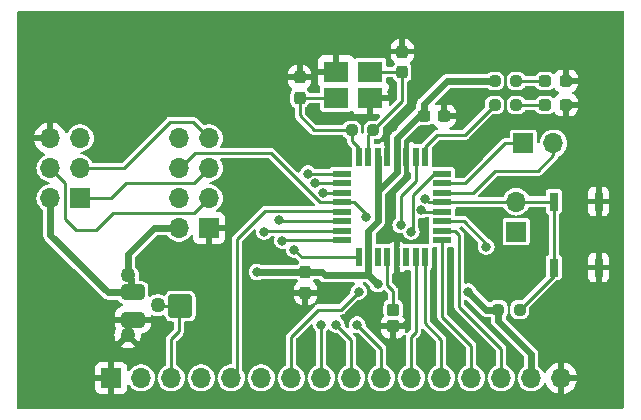
<source format=gtl>
G04 #@! TF.GenerationSoftware,KiCad,Pcbnew,7.0.7*
G04 #@! TF.CreationDate,2023-10-10T15:44:45+02:00*
G04 #@! TF.ProjectId,EcranLCD_Schema_V1.2,45637261-6e4c-4434-945f-536368656d61,rev?*
G04 #@! TF.SameCoordinates,Original*
G04 #@! TF.FileFunction,Copper,L1,Top*
G04 #@! TF.FilePolarity,Positive*
%FSLAX46Y46*%
G04 Gerber Fmt 4.6, Leading zero omitted, Abs format (unit mm)*
G04 Created by KiCad (PCBNEW 7.0.7) date 2023-10-10 15:44:45*
%MOMM*%
%LPD*%
G01*
G04 APERTURE LIST*
G04 Aperture macros list*
%AMRoundRect*
0 Rectangle with rounded corners*
0 $1 Rounding radius*
0 $2 $3 $4 $5 $6 $7 $8 $9 X,Y pos of 4 corners*
0 Add a 4 corners polygon primitive as box body*
4,1,4,$2,$3,$4,$5,$6,$7,$8,$9,$2,$3,0*
0 Add four circle primitives for the rounded corners*
1,1,$1+$1,$2,$3*
1,1,$1+$1,$4,$5*
1,1,$1+$1,$6,$7*
1,1,$1+$1,$8,$9*
0 Add four rect primitives between the rounded corners*
20,1,$1+$1,$2,$3,$4,$5,0*
20,1,$1+$1,$4,$5,$6,$7,0*
20,1,$1+$1,$6,$7,$8,$9,0*
20,1,$1+$1,$8,$9,$2,$3,0*%
G04 Aperture macros list end*
G04 #@! TA.AperFunction,SMDPad,CuDef*
%ADD10RoundRect,0.237500X-0.237500X0.300000X-0.237500X-0.300000X0.237500X-0.300000X0.237500X0.300000X0*%
G04 #@! TD*
G04 #@! TA.AperFunction,SMDPad,CuDef*
%ADD11RoundRect,0.237500X0.250000X0.237500X-0.250000X0.237500X-0.250000X-0.237500X0.250000X-0.237500X0*%
G04 #@! TD*
G04 #@! TA.AperFunction,ComponentPad*
%ADD12R,1.700000X1.700000*%
G04 #@! TD*
G04 #@! TA.AperFunction,ComponentPad*
%ADD13O,1.700000X1.700000*%
G04 #@! TD*
G04 #@! TA.AperFunction,SMDPad,CuDef*
%ADD14RoundRect,0.250000X0.750000X-0.400000X0.750000X0.400000X-0.750000X0.400000X-0.750000X-0.400000X0*%
G04 #@! TD*
G04 #@! TA.AperFunction,SMDPad,CuDef*
%ADD15RoundRect,0.250000X0.750000X-0.750000X0.750000X0.750000X-0.750000X0.750000X-0.750000X-0.750000X0*%
G04 #@! TD*
G04 #@! TA.AperFunction,SMDPad,CuDef*
%ADD16R,0.762000X1.524000*%
G04 #@! TD*
G04 #@! TA.AperFunction,SMDPad,CuDef*
%ADD17RoundRect,0.237500X0.300000X0.237500X-0.300000X0.237500X-0.300000X-0.237500X0.300000X-0.237500X0*%
G04 #@! TD*
G04 #@! TA.AperFunction,SMDPad,CuDef*
%ADD18RoundRect,0.237500X-0.250000X-0.237500X0.250000X-0.237500X0.250000X0.237500X-0.250000X0.237500X0*%
G04 #@! TD*
G04 #@! TA.AperFunction,SMDPad,CuDef*
%ADD19RoundRect,0.237500X0.237500X-0.300000X0.237500X0.300000X-0.237500X0.300000X-0.237500X-0.300000X0*%
G04 #@! TD*
G04 #@! TA.AperFunction,SMDPad,CuDef*
%ADD20RoundRect,0.250000X0.275000X-0.287500X0.275000X0.287500X-0.275000X0.287500X-0.275000X-0.287500X0*%
G04 #@! TD*
G04 #@! TA.AperFunction,SMDPad,CuDef*
%ADD21RoundRect,0.237500X0.287500X0.237500X-0.287500X0.237500X-0.287500X-0.237500X0.287500X-0.237500X0*%
G04 #@! TD*
G04 #@! TA.AperFunction,SMDPad,CuDef*
%ADD22R,0.550000X1.600000*%
G04 #@! TD*
G04 #@! TA.AperFunction,SMDPad,CuDef*
%ADD23R,1.600000X0.550000*%
G04 #@! TD*
G04 #@! TA.AperFunction,SMDPad,CuDef*
%ADD24R,2.100000X1.800000*%
G04 #@! TD*
G04 #@! TA.AperFunction,ComponentPad*
%ADD25C,1.260000*%
G04 #@! TD*
G04 #@! TA.AperFunction,ViaPad*
%ADD26C,0.800000*%
G04 #@! TD*
G04 #@! TA.AperFunction,Conductor*
%ADD27C,0.250000*%
G04 #@! TD*
G04 #@! TA.AperFunction,Conductor*
%ADD28C,0.600000*%
G04 #@! TD*
G04 APERTURE END LIST*
D10*
X136829800Y-75590400D03*
X136829800Y-77315400D03*
D11*
X142595600Y-63550800D03*
X140770600Y-63550800D03*
D12*
X117760000Y-69300000D03*
D13*
X115220000Y-69300000D03*
X117760000Y-66760000D03*
X115220000Y-66760000D03*
X117760000Y-64220000D03*
X115220000Y-64220000D03*
D12*
X120396000Y-84531200D03*
D13*
X122936000Y-84531200D03*
X125476000Y-84531200D03*
X128016000Y-84531200D03*
X130556000Y-84531200D03*
X133096000Y-84531200D03*
X135636000Y-84531200D03*
X138176000Y-84531200D03*
X140716000Y-84531200D03*
X143256000Y-84531200D03*
X145796000Y-84531200D03*
X148336000Y-84531200D03*
X150876000Y-84531200D03*
X153416000Y-84531200D03*
X155956000Y-84531200D03*
X158496000Y-84531200D03*
D14*
X122238000Y-79594000D03*
D15*
X126238000Y-78444000D03*
D14*
X122238000Y-77294000D03*
D16*
X157861000Y-75184000D03*
X157861000Y-69596000D03*
X161671000Y-75184000D03*
X161671000Y-69596000D03*
D17*
X148563500Y-62357000D03*
X146838500Y-62357000D03*
D18*
X153162000Y-78740000D03*
X154987000Y-78740000D03*
D12*
X128682000Y-71840000D03*
D13*
X126142000Y-71840000D03*
X128682000Y-69300000D03*
X126142000Y-69300000D03*
X128682000Y-66760000D03*
X126142000Y-66760000D03*
X128682000Y-64220000D03*
X126142000Y-64220000D03*
D19*
X136347200Y-60805400D03*
X136347200Y-59080400D03*
D20*
X144272000Y-80165000D03*
X144272000Y-78740000D03*
D21*
X158874400Y-59385200D03*
X157124400Y-59385200D03*
D22*
X146976000Y-65812000D03*
X146176000Y-65812000D03*
X145376000Y-65812000D03*
X144576000Y-65812000D03*
X143776000Y-65812000D03*
X142976000Y-65812000D03*
X142176000Y-65812000D03*
X141376000Y-65812000D03*
D23*
X139926000Y-67262000D03*
X139926000Y-68062000D03*
X139926000Y-68862000D03*
X139926000Y-69662000D03*
X139926000Y-70462000D03*
X139926000Y-71262000D03*
X139926000Y-72062000D03*
X139926000Y-72862000D03*
D22*
X141376000Y-74312000D03*
X142176000Y-74312000D03*
X142976000Y-74312000D03*
X143776000Y-74312000D03*
X144576000Y-74312000D03*
X145376000Y-74312000D03*
X146176000Y-74312000D03*
X146976000Y-74312000D03*
D23*
X148426000Y-72862000D03*
X148426000Y-72062000D03*
X148426000Y-71262000D03*
X148426000Y-70462000D03*
X148426000Y-69662000D03*
X148426000Y-68862000D03*
X148426000Y-68062000D03*
X148426000Y-67262000D03*
D18*
X152861000Y-61417200D03*
X154686000Y-61417200D03*
D12*
X155295600Y-64668400D03*
D13*
X157835600Y-64668400D03*
D24*
X139441600Y-60807600D03*
X142341600Y-60807600D03*
X142341600Y-58607600D03*
X139441600Y-58607600D03*
D18*
X152861000Y-59385200D03*
X154686000Y-59385200D03*
D21*
X158874400Y-61417200D03*
X157124400Y-61417200D03*
D12*
X154686000Y-72136000D03*
D13*
X154686000Y-69596000D03*
D19*
X145034000Y-58621000D03*
X145034000Y-56896000D03*
D25*
X121793000Y-80899000D03*
X124333000Y-78359000D03*
X121793000Y-75819000D03*
D26*
X140716000Y-56388000D03*
X118745000Y-78994000D03*
X143129000Y-56261000D03*
X135128000Y-57658000D03*
X150495000Y-61214000D03*
X146939000Y-57658000D03*
X134493000Y-59817000D03*
X132080000Y-64008000D03*
X129286000Y-78486000D03*
X137414000Y-64389000D03*
X161671000Y-62103000D03*
X137922000Y-62484000D03*
X123825000Y-81915000D03*
X124333000Y-80391000D03*
X135509000Y-62484000D03*
X115062000Y-60960000D03*
X146304000Y-59817000D03*
X150495000Y-65532000D03*
X134366000Y-67818000D03*
X146558000Y-63881000D03*
X143002000Y-77978000D03*
X144272000Y-81407000D03*
X161798000Y-81915000D03*
X134366000Y-78359000D03*
X144170400Y-60350400D03*
X144221200Y-63246000D03*
X138176000Y-56515000D03*
X125476000Y-57404000D03*
X161544000Y-67183000D03*
X132461000Y-73787000D03*
X161417000Y-54991000D03*
X145034000Y-55118000D03*
X114427000Y-82677000D03*
X152400000Y-54864000D03*
X120396000Y-65405000D03*
X114808000Y-74676000D03*
X150622000Y-77216000D03*
X132740400Y-75565000D03*
X142964500Y-76581000D03*
X145791701Y-72140299D03*
X152146000Y-73406000D03*
X141351000Y-77216000D03*
X144907000Y-71590500D03*
X137045783Y-67241293D03*
X138176000Y-80010000D03*
X137609000Y-68067000D03*
X139446000Y-80010000D03*
X141224000Y-80010000D03*
X138334000Y-68862000D03*
X133350000Y-72136000D03*
X146664415Y-70303046D03*
X134874000Y-72898000D03*
X141986000Y-70866000D03*
X135890000Y-73660000D03*
X134620000Y-71143658D03*
X146939000Y-69342000D03*
D27*
X143713200Y-60807600D02*
X144170400Y-60350400D01*
X142341600Y-60807600D02*
X143713200Y-60807600D01*
X145376000Y-67730000D02*
X143830314Y-69275686D01*
X145415000Y-76454000D02*
X144576000Y-75615000D01*
X144221200Y-63246000D02*
X143776000Y-63691200D01*
X143830314Y-69275686D02*
X143830314Y-72075314D01*
X145376000Y-65812000D02*
X145376000Y-67730000D01*
X143830314Y-72075314D02*
X144576000Y-72821000D01*
X145415000Y-79629000D02*
X145415000Y-76454000D01*
X145376000Y-64682000D02*
X145376000Y-65812000D01*
D28*
X121793000Y-80899000D02*
X121793000Y-79911000D01*
D27*
X144272000Y-80165000D02*
X144879000Y-80165000D01*
X144576000Y-72821000D02*
X144576000Y-74312000D01*
D28*
X121793000Y-79911000D02*
X122110000Y-79594000D01*
D27*
X144576800Y-74312800D02*
X144576000Y-74312000D01*
X146177000Y-63881000D02*
X145376000Y-64682000D01*
X144879000Y-80165000D02*
X145415000Y-79629000D01*
X144576000Y-75615000D02*
X144576000Y-74312000D01*
X143776000Y-63691200D02*
X143776000Y-65812000D01*
X146558000Y-63881000D02*
X146177000Y-63881000D01*
X144272000Y-78740000D02*
X144272000Y-77165200D01*
X144272000Y-77165200D02*
X143776000Y-76669200D01*
X143776000Y-76669200D02*
X143776000Y-74312000D01*
X136347200Y-62306200D02*
X136347200Y-60805400D01*
X137591800Y-63550800D02*
X136347200Y-62306200D01*
X140770600Y-63550800D02*
X137591800Y-63550800D01*
X141376000Y-65812000D02*
X141376000Y-65074400D01*
X136349400Y-60807600D02*
X139441600Y-60807600D01*
X141376000Y-65074400D02*
X140770600Y-64469000D01*
X140770600Y-64469000D02*
X140770600Y-63550800D01*
X136347200Y-60805400D02*
X136349400Y-60807600D01*
X145020600Y-58607600D02*
X145034000Y-58621000D01*
X142341600Y-58607600D02*
X145020600Y-58607600D01*
X142595600Y-63550800D02*
X142176000Y-63970400D01*
X142176000Y-63970400D02*
X142176000Y-65812000D01*
X142595600Y-63550800D02*
X145034000Y-61112400D01*
X145034000Y-61112400D02*
X145034000Y-58621000D01*
X142595600Y-63550800D02*
X142595600Y-63396200D01*
D28*
X146838500Y-61378000D02*
X148831300Y-59385200D01*
X142964500Y-76581000D02*
X142176000Y-75792500D01*
X122110000Y-76136000D02*
X121793000Y-75819000D01*
X146838500Y-62357000D02*
X146838500Y-61378000D01*
X144576000Y-65812000D02*
X144576000Y-64212000D01*
X121793000Y-74041000D02*
X121793000Y-75819000D01*
X153162000Y-78740000D02*
X153162000Y-79705200D01*
X138454300Y-75792500D02*
X142176000Y-75792500D01*
X115220000Y-72395600D02*
X120118400Y-77294000D01*
X142976000Y-69300000D02*
X142976000Y-65812000D01*
X142176000Y-75792500D02*
X142176000Y-74312000D01*
X138252200Y-75590400D02*
X138454300Y-75792500D01*
X144576000Y-65812000D02*
X144576000Y-67122000D01*
X136779000Y-75565000D02*
X136805500Y-75591500D01*
X136829800Y-75590400D02*
X138252200Y-75590400D01*
X142976000Y-68722000D02*
X142976000Y-69300000D01*
X136804400Y-75565000D02*
X136829800Y-75590400D01*
X142976000Y-71262000D02*
X142976000Y-69300000D01*
X146431000Y-62357000D02*
X146838500Y-62357000D01*
X148831300Y-59385200D02*
X152861000Y-59385200D01*
X122110000Y-77294000D02*
X122076500Y-77327500D01*
X132740400Y-75565000D02*
X136804400Y-75565000D01*
X142176000Y-74312000D02*
X142176000Y-72062000D01*
X120118400Y-77294000D02*
X122110000Y-77294000D01*
X136652000Y-75692000D02*
X136779000Y-75565000D01*
X153162000Y-79705200D02*
X155956000Y-82499200D01*
X115220000Y-72395600D02*
X115220000Y-69300000D01*
X152146000Y-78740000D02*
X153162000Y-78740000D01*
X126142000Y-71840000D02*
X123994000Y-71840000D01*
X142176000Y-72062000D02*
X142976000Y-71262000D01*
X144576000Y-67122000D02*
X142976000Y-68722000D01*
X122110000Y-77294000D02*
X122110000Y-76136000D01*
X150622000Y-77216000D02*
X152146000Y-78740000D01*
X155956000Y-82499200D02*
X155956000Y-84531200D01*
X144576000Y-64212000D02*
X146431000Y-62357000D01*
X123994000Y-71840000D02*
X121793000Y-74041000D01*
D27*
X157124400Y-59385200D02*
X154686000Y-59385200D01*
D28*
X126025000Y-78359000D02*
X126110000Y-78444000D01*
D27*
X126110000Y-78444000D02*
X126110000Y-80595200D01*
X124418000Y-78444000D02*
X124333000Y-78359000D01*
X126110000Y-78444000D02*
X125476000Y-79078000D01*
X126110000Y-80595200D02*
X125476000Y-81229200D01*
X125476000Y-81229200D02*
X125476000Y-84531200D01*
X126110000Y-78444000D02*
X124418000Y-78444000D01*
X147688500Y-67262000D02*
X148426000Y-67262000D01*
X145923000Y-72009000D02*
X145923000Y-69027500D01*
X145923000Y-69027500D02*
X147688500Y-67262000D01*
X145791701Y-72140299D02*
X145923000Y-72009000D01*
X131013200Y-84074000D02*
X130556000Y-84531200D01*
X133390942Y-70418658D02*
X131013200Y-72796400D01*
X139926000Y-70462000D02*
X139882658Y-70418658D01*
X139882658Y-70418658D02*
X133390942Y-70418658D01*
X131013200Y-72796400D02*
X131013200Y-84074000D01*
X152146000Y-73152000D02*
X150256000Y-71262000D01*
X150256000Y-71262000D02*
X148426000Y-71262000D01*
X152146000Y-73406000D02*
X152146000Y-73152000D01*
X135636000Y-81026000D02*
X135636000Y-84531200D01*
X137922000Y-78740000D02*
X135636000Y-81026000D01*
X141351000Y-77216000D02*
X139827000Y-78740000D01*
X139827000Y-78740000D02*
X137922000Y-78740000D01*
X144907000Y-71590500D02*
X144907000Y-69088000D01*
X144907000Y-69088000D02*
X146176000Y-67819000D01*
X146176000Y-67819000D02*
X146176000Y-65812000D01*
X137066490Y-67262000D02*
X139926000Y-67262000D01*
X137045783Y-67241293D02*
X137066490Y-67262000D01*
X138176000Y-80010000D02*
X138176000Y-84531200D01*
X137609000Y-68067000D02*
X137614000Y-68062000D01*
X139446000Y-80010000D02*
X140716000Y-81280000D01*
X137614000Y-68062000D02*
X139926000Y-68062000D01*
X140716000Y-81280000D02*
X140716000Y-84531200D01*
X143256000Y-82042000D02*
X143256000Y-84531200D01*
X141224000Y-80010000D02*
X143256000Y-82042000D01*
X138334000Y-68862000D02*
X139926000Y-68862000D01*
X146176000Y-74312000D02*
X146176000Y-80646000D01*
X145796000Y-81026000D02*
X145796000Y-84531200D01*
X146176000Y-80646000D02*
X145796000Y-81026000D01*
X148336000Y-81280000D02*
X146976000Y-79920000D01*
X148336000Y-81280000D02*
X148336000Y-84531200D01*
X146976000Y-79920000D02*
X146976000Y-74312000D01*
X148426000Y-79338000D02*
X148426000Y-72862000D01*
X150876000Y-81788000D02*
X148426000Y-79338000D01*
X150876000Y-81788000D02*
X150876000Y-84531200D01*
X149860000Y-72446000D02*
X149476000Y-72062000D01*
X153416000Y-82042000D02*
X153416000Y-84531200D01*
X149860000Y-78486000D02*
X149860000Y-72446000D01*
X153416000Y-82042000D02*
X149860000Y-78486000D01*
X149476000Y-72062000D02*
X148426000Y-72062000D01*
X115220000Y-66760000D02*
X116484400Y-68024400D01*
X116484400Y-71069200D02*
X117449600Y-72034400D01*
X127420800Y-70561200D02*
X128682000Y-69300000D01*
X133350000Y-72136000D02*
X133424000Y-72062000D01*
X117449600Y-72034400D02*
X119100600Y-72034400D01*
X116484400Y-68024400D02*
X116484400Y-71069200D01*
X133424000Y-72062000D02*
X139926000Y-72062000D01*
X119100600Y-72034400D02*
X120573800Y-70561200D01*
X120573800Y-70561200D02*
X127420800Y-70561200D01*
X146664415Y-70303046D02*
X146823369Y-70462000D01*
X146823369Y-70462000D02*
X148426000Y-70462000D01*
X127420800Y-68021200D02*
X128682000Y-66760000D01*
X134910000Y-72862000D02*
X134874000Y-72898000D01*
X139926000Y-72862000D02*
X134910000Y-72862000D01*
X121666000Y-68021200D02*
X127420800Y-68021200D01*
X128682000Y-66860000D02*
X128682000Y-66760000D01*
X117760000Y-69300000D02*
X120387200Y-69300000D01*
X120387200Y-69300000D02*
X121666000Y-68021200D01*
X127457200Y-65481200D02*
X126178400Y-66760000D01*
X138108695Y-69662000D02*
X133927895Y-65481200D01*
X126178400Y-66760000D02*
X126142000Y-66760000D01*
X140976000Y-69662000D02*
X141986000Y-70672000D01*
X141986000Y-70672000D02*
X141986000Y-70866000D01*
X139926000Y-69662000D02*
X140976000Y-69662000D01*
X133927895Y-65481200D02*
X127457200Y-65481200D01*
X139926000Y-69662000D02*
X138108695Y-69662000D01*
X128682000Y-64220000D02*
X127327000Y-62865000D01*
X121454000Y-66760000D02*
X117760000Y-66760000D01*
X135890000Y-73660000D02*
X136542000Y-74312000D01*
X127327000Y-62865000D02*
X125349000Y-62865000D01*
X136542000Y-74312000D02*
X141376000Y-74312000D01*
X125349000Y-62865000D02*
X121454000Y-66760000D01*
X134620000Y-71143658D02*
X134738342Y-71262000D01*
X134738342Y-71262000D02*
X139926000Y-71262000D01*
X153771600Y-64668400D02*
X150378000Y-68062000D01*
X155295600Y-64668400D02*
X153771600Y-64668400D01*
X148426000Y-68062000D02*
X150378000Y-68062000D01*
X154686000Y-61417200D02*
X157124400Y-61417200D01*
X147980400Y-63957200D02*
X150321000Y-63957200D01*
X146976000Y-64961600D02*
X147980400Y-63957200D01*
X150321000Y-63957200D02*
X152861000Y-61417200D01*
X146976000Y-65812000D02*
X146976000Y-64961600D01*
X152908000Y-67005200D02*
X156514800Y-67005200D01*
X157835600Y-65684400D02*
X157835600Y-64668400D01*
X148426000Y-68862000D02*
X151051200Y-68862000D01*
X156514800Y-67005200D02*
X157835600Y-65684400D01*
X151051200Y-68862000D02*
X152908000Y-67005200D01*
X157861000Y-75184000D02*
X157861000Y-75866000D01*
X154686000Y-69596000D02*
X157861000Y-69596000D01*
X147259000Y-69662000D02*
X148426000Y-69662000D01*
X148426000Y-69662000D02*
X154625000Y-69662000D01*
X154625000Y-69662000D02*
X154686000Y-69601000D01*
X146939000Y-69342000D02*
X147259000Y-69662000D01*
X157861000Y-75866000D02*
X154987000Y-78740000D01*
X157861000Y-75184000D02*
X157861000Y-69596000D01*
G04 #@! TA.AperFunction,Conductor*
G36*
X144245030Y-59052785D02*
G01*
X144290785Y-59105589D01*
X144293345Y-59111610D01*
X144323136Y-59187154D01*
X144323139Y-59187160D01*
X144412499Y-59305000D01*
X144530339Y-59394360D01*
X144530342Y-59394362D01*
X144530343Y-59394362D01*
X144537734Y-59398518D01*
X144537056Y-59399722D01*
X144585129Y-59437121D01*
X144608327Y-59503028D01*
X144608500Y-59509577D01*
X144608500Y-60884790D01*
X144588815Y-60951829D01*
X144572181Y-60972471D01*
X144103281Y-61441371D01*
X144041958Y-61474856D01*
X143972266Y-61469872D01*
X143916333Y-61428000D01*
X143891916Y-61362536D01*
X143891600Y-61353690D01*
X143891600Y-61057600D01*
X142591600Y-61057600D01*
X142591600Y-62207600D01*
X143037690Y-62207600D01*
X143104729Y-62227285D01*
X143150484Y-62280089D01*
X143160428Y-62349247D01*
X143131403Y-62412803D01*
X143125371Y-62419281D01*
X142805671Y-62738981D01*
X142744348Y-62772466D01*
X142717990Y-62775300D01*
X142303481Y-62775300D01*
X142217025Y-62785682D01*
X142217024Y-62785682D01*
X142079439Y-62839939D01*
X141961599Y-62929299D01*
X141872239Y-63047139D01*
X141817982Y-63184724D01*
X141817982Y-63184725D01*
X141807600Y-63271181D01*
X141807600Y-63714729D01*
X141794078Y-63771038D01*
X141793078Y-63773000D01*
X141745097Y-63823790D01*
X141677274Y-63840577D01*
X141611142Y-63818031D01*
X141567697Y-63763310D01*
X141558600Y-63716691D01*
X141558600Y-63271181D01*
X141555139Y-63242362D01*
X141548217Y-63184723D01*
X141493962Y-63047142D01*
X141493960Y-63047139D01*
X141404600Y-62929299D01*
X141286760Y-62839939D01*
X141286758Y-62839938D01*
X141149177Y-62785683D01*
X141149176Y-62785682D01*
X141149174Y-62785682D01*
X141062719Y-62775300D01*
X141062718Y-62775300D01*
X140478482Y-62775300D01*
X140478481Y-62775300D01*
X140392025Y-62785682D01*
X140392024Y-62785682D01*
X140254439Y-62839939D01*
X140136599Y-62929299D01*
X140047237Y-63047142D01*
X140043080Y-63054536D01*
X140041876Y-63053859D01*
X140004471Y-63101934D01*
X139938563Y-63125127D01*
X139932022Y-63125300D01*
X137819409Y-63125300D01*
X137752370Y-63105615D01*
X137731728Y-63088981D01*
X136809019Y-62166271D01*
X136775534Y-62104948D01*
X136772700Y-62078590D01*
X136772700Y-61693977D01*
X136792385Y-61626938D01*
X136845189Y-61581183D01*
X136850783Y-61578803D01*
X136850852Y-61578764D01*
X136850858Y-61578762D01*
X136968700Y-61489400D01*
X137058062Y-61371558D01*
X137072317Y-61335409D01*
X137081703Y-61311610D01*
X137124609Y-61256466D01*
X137190516Y-61233273D01*
X137197057Y-61233100D01*
X137967101Y-61233100D01*
X138034140Y-61252785D01*
X138079895Y-61305589D01*
X138091101Y-61357100D01*
X138091101Y-61752456D01*
X138091102Y-61752482D01*
X138094013Y-61777587D01*
X138094015Y-61777591D01*
X138139393Y-61880364D01*
X138139394Y-61880365D01*
X138218835Y-61959806D01*
X138321609Y-62005185D01*
X138346735Y-62008100D01*
X140536464Y-62008099D01*
X140536479Y-62008097D01*
X140536482Y-62008097D01*
X140561587Y-62005186D01*
X140561588Y-62005185D01*
X140561591Y-62005185D01*
X140664365Y-61959806D01*
X140672667Y-61951503D01*
X140733985Y-61918020D01*
X140803677Y-61923002D01*
X140859612Y-61964872D01*
X140859613Y-61964873D01*
X140934412Y-62064790D01*
X141049506Y-62150950D01*
X141049513Y-62150954D01*
X141184220Y-62201196D01*
X141184227Y-62201198D01*
X141243755Y-62207599D01*
X141243772Y-62207600D01*
X142091600Y-62207600D01*
X142091600Y-60681600D01*
X142111285Y-60614561D01*
X142164089Y-60568806D01*
X142215600Y-60557600D01*
X143891600Y-60557600D01*
X143891600Y-59859772D01*
X143891599Y-59859755D01*
X143885198Y-59800227D01*
X143885196Y-59800220D01*
X143834954Y-59665513D01*
X143834950Y-59665506D01*
X143748791Y-59550414D01*
X143748782Y-59550404D01*
X143741786Y-59545167D01*
X143699917Y-59489232D01*
X143692100Y-59445903D01*
X143692100Y-59157100D01*
X143711785Y-59090061D01*
X143764589Y-59044306D01*
X143816100Y-59033100D01*
X144177991Y-59033100D01*
X144245030Y-59052785D01*
G37*
G04 #@! TD.AperFunction*
G04 #@! TA.AperFunction,Conductor*
G36*
X163772539Y-53487185D02*
G01*
X163818294Y-53539989D01*
X163829500Y-53591500D01*
X163829500Y-86997500D01*
X163809815Y-87064539D01*
X163757011Y-87110294D01*
X163705500Y-87121500D01*
X112519500Y-87121500D01*
X112452461Y-87101815D01*
X112406706Y-87049011D01*
X112395500Y-86997500D01*
X112395500Y-85429044D01*
X119046000Y-85429044D01*
X119052401Y-85488572D01*
X119052403Y-85488579D01*
X119102645Y-85623286D01*
X119102649Y-85623293D01*
X119188809Y-85738387D01*
X119188812Y-85738390D01*
X119303906Y-85824550D01*
X119303913Y-85824554D01*
X119438620Y-85874796D01*
X119438627Y-85874798D01*
X119498155Y-85881199D01*
X119498172Y-85881200D01*
X120146000Y-85881200D01*
X120146000Y-85143501D01*
X120165685Y-85076462D01*
X120218489Y-85030707D01*
X120287647Y-85020763D01*
X120360237Y-85031200D01*
X120360238Y-85031200D01*
X120431762Y-85031200D01*
X120431763Y-85031200D01*
X120504353Y-85020763D01*
X120573512Y-85030707D01*
X120626315Y-85076462D01*
X120646000Y-85143501D01*
X120646000Y-85881200D01*
X121293828Y-85881200D01*
X121293844Y-85881199D01*
X121353372Y-85874798D01*
X121353379Y-85874796D01*
X121488086Y-85824554D01*
X121488093Y-85824550D01*
X121603187Y-85738390D01*
X121603190Y-85738387D01*
X121689350Y-85623293D01*
X121689354Y-85623286D01*
X121739596Y-85488579D01*
X121739598Y-85488572D01*
X121745999Y-85429044D01*
X121746000Y-85429027D01*
X121746000Y-85234468D01*
X121765685Y-85167429D01*
X121818489Y-85121674D01*
X121887647Y-85111730D01*
X121951203Y-85140755D01*
X121968950Y-85159737D01*
X122082128Y-85309607D01*
X122239698Y-85453252D01*
X122420981Y-85565498D01*
X122619802Y-85642521D01*
X122829390Y-85681700D01*
X122829392Y-85681700D01*
X123042608Y-85681700D01*
X123042610Y-85681700D01*
X123252198Y-85642521D01*
X123451019Y-85565498D01*
X123632302Y-85453252D01*
X123789872Y-85309607D01*
X123918366Y-85139455D01*
X123932171Y-85111730D01*
X124013403Y-84948594D01*
X124013403Y-84948593D01*
X124013405Y-84948589D01*
X124071756Y-84743510D01*
X124082529Y-84627247D01*
X124108315Y-84562311D01*
X124152869Y-84530394D01*
X124116497Y-84509531D01*
X124084307Y-84447518D01*
X124082529Y-84435151D01*
X124076516Y-84370264D01*
X124071756Y-84318890D01*
X124013405Y-84113811D01*
X124013403Y-84113806D01*
X124013403Y-84113805D01*
X123918367Y-83922946D01*
X123789872Y-83752793D01*
X123786156Y-83749405D01*
X123632302Y-83609148D01*
X123451019Y-83496902D01*
X123451017Y-83496901D01*
X123301829Y-83439106D01*
X123252198Y-83419879D01*
X123042610Y-83380700D01*
X122829390Y-83380700D01*
X122619802Y-83419879D01*
X122619799Y-83419879D01*
X122619799Y-83419880D01*
X122420982Y-83496901D01*
X122420980Y-83496902D01*
X122239699Y-83609147D01*
X122082127Y-83752793D01*
X121968954Y-83902658D01*
X121912845Y-83944294D01*
X121843133Y-83948985D01*
X121781951Y-83915243D01*
X121748724Y-83853779D01*
X121746000Y-83827931D01*
X121746000Y-83633372D01*
X121745999Y-83633355D01*
X121739598Y-83573827D01*
X121739596Y-83573820D01*
X121689354Y-83439113D01*
X121689350Y-83439106D01*
X121603190Y-83324012D01*
X121603187Y-83324009D01*
X121488093Y-83237849D01*
X121488086Y-83237845D01*
X121353379Y-83187603D01*
X121353372Y-83187601D01*
X121293844Y-83181200D01*
X120646000Y-83181200D01*
X120646000Y-83918898D01*
X120626315Y-83985937D01*
X120573511Y-84031692D01*
X120504355Y-84041636D01*
X120431766Y-84031200D01*
X120431763Y-84031200D01*
X120360237Y-84031200D01*
X120360233Y-84031200D01*
X120287645Y-84041636D01*
X120218487Y-84031692D01*
X120165684Y-83985936D01*
X120146000Y-83918898D01*
X120146000Y-83181200D01*
X119498155Y-83181200D01*
X119438627Y-83187601D01*
X119438620Y-83187603D01*
X119303913Y-83237845D01*
X119303906Y-83237849D01*
X119188812Y-83324009D01*
X119188809Y-83324012D01*
X119102649Y-83439106D01*
X119102645Y-83439113D01*
X119052403Y-83573820D01*
X119052401Y-83573827D01*
X119046000Y-83633355D01*
X119046000Y-84281200D01*
X119782653Y-84281200D01*
X119849692Y-84300885D01*
X119895447Y-84353689D01*
X119905391Y-84422847D01*
X119901631Y-84440133D01*
X119896000Y-84459311D01*
X119896000Y-84603088D01*
X119901631Y-84622267D01*
X119901630Y-84692136D01*
X119863855Y-84750914D01*
X119800299Y-84779938D01*
X119782653Y-84781200D01*
X119046000Y-84781200D01*
X119046000Y-85429044D01*
X112395500Y-85429044D01*
X112395500Y-80899000D01*
X120658159Y-80899000D01*
X120677481Y-81107523D01*
X120734792Y-81308953D01*
X120828138Y-81496414D01*
X120828140Y-81496417D01*
X120834115Y-81504329D01*
X121292446Y-81045998D01*
X121353769Y-81012513D01*
X121423460Y-81017497D01*
X121479394Y-81059368D01*
X121483936Y-81065858D01*
X121531934Y-81139325D01*
X121531935Y-81139326D01*
X121531936Y-81139327D01*
X121599619Y-81192006D01*
X121631599Y-81216897D01*
X121672412Y-81273608D01*
X121676087Y-81343381D01*
X121643118Y-81402432D01*
X121190519Y-81855031D01*
X121287157Y-81914867D01*
X121287158Y-81914868D01*
X121482433Y-81990517D01*
X121688292Y-82029000D01*
X121897708Y-82029000D01*
X122103566Y-81990517D01*
X122298841Y-81914868D01*
X122298845Y-81914866D01*
X122395478Y-81855032D01*
X122395478Y-81855031D01*
X121939405Y-81398958D01*
X121905920Y-81337635D01*
X121910904Y-81267943D01*
X121952776Y-81212010D01*
X121968052Y-81202232D01*
X122010947Y-81179019D01*
X122090060Y-81093079D01*
X122093555Y-81085110D01*
X122138508Y-81031625D01*
X122205244Y-81010933D01*
X122272572Y-81029606D01*
X122294792Y-81047238D01*
X122751883Y-81504329D01*
X122757863Y-81496412D01*
X122851207Y-81308953D01*
X122908518Y-81107523D01*
X122927840Y-80899002D01*
X122925979Y-80878917D01*
X122939392Y-80810347D01*
X122987748Y-80759913D01*
X123036849Y-80744114D01*
X123140696Y-80733505D01*
X123307119Y-80678358D01*
X123307124Y-80678356D01*
X123456345Y-80586315D01*
X123580315Y-80462345D01*
X123672356Y-80313124D01*
X123672358Y-80313119D01*
X123727505Y-80146697D01*
X123727506Y-80146690D01*
X123737999Y-80043986D01*
X123738000Y-80043973D01*
X123738000Y-79844000D01*
X120738001Y-79844000D01*
X120738001Y-80043986D01*
X120748494Y-80146697D01*
X120795056Y-80287211D01*
X120797458Y-80357039D01*
X120788350Y-80381486D01*
X120734794Y-80489041D01*
X120734792Y-80489045D01*
X120677481Y-80690476D01*
X120658159Y-80898999D01*
X120658159Y-80899000D01*
X112395500Y-80899000D01*
X112395500Y-64470000D01*
X113889364Y-64470000D01*
X113946567Y-64683486D01*
X113946570Y-64683492D01*
X114046399Y-64897578D01*
X114181894Y-65091082D01*
X114348917Y-65258105D01*
X114542421Y-65393600D01*
X114741573Y-65486466D01*
X114794012Y-65532638D01*
X114813164Y-65599832D01*
X114792948Y-65666713D01*
X114739783Y-65712048D01*
X114733968Y-65714472D01*
X114726771Y-65717260D01*
X114704982Y-65725701D01*
X114704980Y-65725702D01*
X114523699Y-65837947D01*
X114366127Y-65981593D01*
X114237632Y-66151746D01*
X114142596Y-66342605D01*
X114142596Y-66342607D01*
X114084244Y-66547689D01*
X114064570Y-66759999D01*
X114064570Y-66760000D01*
X114079120Y-66917012D01*
X114084244Y-66972310D01*
X114140412Y-67169718D01*
X114142596Y-67177392D01*
X114142596Y-67177394D01*
X114237632Y-67368253D01*
X114356246Y-67525321D01*
X114366128Y-67538407D01*
X114523698Y-67682052D01*
X114704981Y-67794298D01*
X114903802Y-67871321D01*
X115100613Y-67908111D01*
X115162893Y-67939779D01*
X115198166Y-68000092D01*
X115195232Y-68069900D01*
X115155023Y-68127040D01*
X115100613Y-68151888D01*
X114903802Y-68188679D01*
X114903799Y-68188679D01*
X114903799Y-68188680D01*
X114704982Y-68265701D01*
X114704980Y-68265702D01*
X114523699Y-68377947D01*
X114366127Y-68521593D01*
X114237632Y-68691746D01*
X114142596Y-68882605D01*
X114142596Y-68882607D01*
X114084244Y-69087689D01*
X114064570Y-69299999D01*
X114064570Y-69300000D01*
X114084244Y-69512309D01*
X114084244Y-69512310D01*
X114140412Y-69709718D01*
X114142596Y-69717392D01*
X114142596Y-69717394D01*
X114237632Y-69908253D01*
X114356246Y-70065321D01*
X114366128Y-70078407D01*
X114397696Y-70107185D01*
X114523699Y-70222053D01*
X114523701Y-70222054D01*
X114560777Y-70245010D01*
X114607412Y-70297036D01*
X114619500Y-70350437D01*
X114619500Y-72352171D01*
X114618969Y-72360273D01*
X114614544Y-72393887D01*
X114614318Y-72395600D01*
X114621200Y-72447872D01*
X114622821Y-72460185D01*
X114634955Y-72552360D01*
X114634956Y-72552362D01*
X114694768Y-72696762D01*
X114695464Y-72698441D01*
X114791718Y-72823882D01*
X114819995Y-72845580D01*
X114826085Y-72850920D01*
X117259930Y-75284765D01*
X119663069Y-77687904D01*
X119668422Y-77694007D01*
X119690118Y-77722282D01*
X119815737Y-77818674D01*
X119817432Y-77819312D01*
X119961638Y-77879044D01*
X120040019Y-77889363D01*
X120118399Y-77899682D01*
X120118400Y-77899682D01*
X120153729Y-77895030D01*
X120161828Y-77894500D01*
X120890914Y-77894500D01*
X120957953Y-77914185D01*
X120997638Y-77959984D01*
X120999481Y-77958948D01*
X121003638Y-77966341D01*
X121095077Y-78086922D01*
X121215656Y-78178360D01*
X121215657Y-78178360D01*
X121215658Y-78178361D01*
X121332602Y-78224478D01*
X121387745Y-78267383D01*
X121410938Y-78333291D01*
X121394818Y-78401275D01*
X121344501Y-78449752D01*
X121326116Y-78457538D01*
X121168878Y-78509642D01*
X121168875Y-78509643D01*
X121019654Y-78601684D01*
X120895684Y-78725654D01*
X120803643Y-78874875D01*
X120803641Y-78874880D01*
X120748494Y-79041302D01*
X120748493Y-79041309D01*
X120738000Y-79144013D01*
X120738000Y-79344000D01*
X123737999Y-79344000D01*
X123737999Y-79303590D01*
X123757684Y-79236551D01*
X123810488Y-79190796D01*
X123879646Y-79180852D01*
X123912428Y-79190308D01*
X124043876Y-79248832D01*
X124235201Y-79289500D01*
X124430799Y-79289500D01*
X124622124Y-79248832D01*
X124769317Y-79183297D01*
X124838565Y-79174013D01*
X124901842Y-79203641D01*
X124939055Y-79262776D01*
X124942867Y-79281793D01*
X124948122Y-79325562D01*
X125003639Y-79466343D01*
X125095077Y-79586922D01*
X125215656Y-79678360D01*
X125215657Y-79678360D01*
X125215658Y-79678361D01*
X125356436Y-79733877D01*
X125444898Y-79744500D01*
X125560500Y-79744500D01*
X125627539Y-79764185D01*
X125673294Y-79816989D01*
X125684500Y-79868500D01*
X125684500Y-80367588D01*
X125664815Y-80434627D01*
X125648181Y-80455269D01*
X125164196Y-80939253D01*
X125164192Y-80939259D01*
X125127472Y-80975978D01*
X125116510Y-80997493D01*
X125106346Y-81014078D01*
X125092152Y-81033614D01*
X125092151Y-81033617D01*
X125084688Y-81056585D01*
X125077243Y-81074558D01*
X125066280Y-81096073D01*
X125062503Y-81119922D01*
X125057962Y-81138839D01*
X125050500Y-81161804D01*
X125050500Y-83377279D01*
X125030815Y-83444318D01*
X124978011Y-83490073D01*
X124971298Y-83492904D01*
X124960987Y-83496898D01*
X124960979Y-83496902D01*
X124779699Y-83609147D01*
X124622127Y-83752793D01*
X124493632Y-83922946D01*
X124398596Y-84113805D01*
X124398596Y-84113807D01*
X124340244Y-84318889D01*
X124329471Y-84435151D01*
X124303685Y-84500088D01*
X124259130Y-84532004D01*
X124295503Y-84552868D01*
X124327693Y-84614881D01*
X124329471Y-84627248D01*
X124340244Y-84743510D01*
X124398596Y-84948592D01*
X124398596Y-84948594D01*
X124493632Y-85139453D01*
X124565385Y-85234468D01*
X124622128Y-85309607D01*
X124779698Y-85453252D01*
X124960981Y-85565498D01*
X125159802Y-85642521D01*
X125369390Y-85681700D01*
X125369392Y-85681700D01*
X125582608Y-85681700D01*
X125582610Y-85681700D01*
X125792198Y-85642521D01*
X125991019Y-85565498D01*
X126172302Y-85453252D01*
X126329872Y-85309607D01*
X126458366Y-85139455D01*
X126472171Y-85111730D01*
X126553403Y-84948594D01*
X126553403Y-84948593D01*
X126553405Y-84948589D01*
X126611756Y-84743510D01*
X126622529Y-84627247D01*
X126648315Y-84562311D01*
X126690622Y-84532004D01*
X126799130Y-84532004D01*
X126835503Y-84552868D01*
X126867693Y-84614881D01*
X126869471Y-84627248D01*
X126880244Y-84743510D01*
X126938596Y-84948592D01*
X126938596Y-84948594D01*
X127033632Y-85139453D01*
X127105385Y-85234468D01*
X127162128Y-85309607D01*
X127319698Y-85453252D01*
X127500981Y-85565498D01*
X127699802Y-85642521D01*
X127909390Y-85681700D01*
X127909392Y-85681700D01*
X128122608Y-85681700D01*
X128122610Y-85681700D01*
X128332198Y-85642521D01*
X128531019Y-85565498D01*
X128712302Y-85453252D01*
X128869872Y-85309607D01*
X128998366Y-85139455D01*
X129012171Y-85111730D01*
X129093403Y-84948594D01*
X129093403Y-84948593D01*
X129093405Y-84948589D01*
X129151756Y-84743510D01*
X129162529Y-84627245D01*
X129188313Y-84562312D01*
X129232868Y-84530394D01*
X129196495Y-84509530D01*
X129164306Y-84447517D01*
X129162530Y-84435166D01*
X129151756Y-84318890D01*
X129149649Y-84311486D01*
X129137273Y-84267989D01*
X129093405Y-84113811D01*
X129093403Y-84113806D01*
X129093403Y-84113805D01*
X128998367Y-83922946D01*
X128869872Y-83752793D01*
X128866156Y-83749405D01*
X128712302Y-83609148D01*
X128531019Y-83496902D01*
X128531017Y-83496901D01*
X128381829Y-83439106D01*
X128332198Y-83419879D01*
X128122610Y-83380700D01*
X127909390Y-83380700D01*
X127699802Y-83419879D01*
X127699799Y-83419879D01*
X127699799Y-83419880D01*
X127500982Y-83496901D01*
X127500980Y-83496902D01*
X127319699Y-83609147D01*
X127162127Y-83752793D01*
X127033632Y-83922946D01*
X126938596Y-84113805D01*
X126938596Y-84113807D01*
X126880244Y-84318889D01*
X126869471Y-84435151D01*
X126843685Y-84500088D01*
X126799130Y-84532004D01*
X126690622Y-84532004D01*
X126692869Y-84530394D01*
X126656497Y-84509531D01*
X126624307Y-84447518D01*
X126622529Y-84435151D01*
X126616516Y-84370264D01*
X126611756Y-84318890D01*
X126553405Y-84113811D01*
X126553403Y-84113806D01*
X126553403Y-84113805D01*
X126458367Y-83922946D01*
X126329872Y-83752793D01*
X126326156Y-83749405D01*
X126172302Y-83609148D01*
X126115257Y-83573827D01*
X125991020Y-83496902D01*
X125991012Y-83496898D01*
X125980702Y-83492904D01*
X125925302Y-83450329D01*
X125901714Y-83384561D01*
X125901500Y-83377279D01*
X125901500Y-82499198D01*
X125901500Y-81456805D01*
X125921184Y-81389770D01*
X125937813Y-81369133D01*
X126434553Y-80872395D01*
X126462231Y-80844717D01*
X126465773Y-80834200D01*
X126469495Y-80826895D01*
X126479647Y-80810326D01*
X126493849Y-80790781D01*
X126501309Y-80767816D01*
X126508759Y-80749834D01*
X126510296Y-80746819D01*
X126519719Y-80728326D01*
X126523495Y-80704476D01*
X126528036Y-80685560D01*
X126535500Y-80662593D01*
X126535500Y-80527807D01*
X126535500Y-80476453D01*
X126535499Y-80476444D01*
X126535500Y-79868500D01*
X126555185Y-79801460D01*
X126607989Y-79755706D01*
X126659500Y-79744500D01*
X127031097Y-79744500D01*
X127031102Y-79744500D01*
X127119564Y-79733877D01*
X127260342Y-79678361D01*
X127380922Y-79586922D01*
X127472361Y-79466342D01*
X127527877Y-79325564D01*
X127538500Y-79237102D01*
X127538500Y-77650898D01*
X127527877Y-77562436D01*
X127472361Y-77421658D01*
X127472360Y-77421657D01*
X127472360Y-77421656D01*
X127380922Y-77301077D01*
X127260343Y-77209639D01*
X127138869Y-77161736D01*
X127119564Y-77154123D01*
X127119563Y-77154122D01*
X127119561Y-77154122D01*
X127073926Y-77148642D01*
X127031102Y-77143500D01*
X125444898Y-77143500D01*
X125405853Y-77148188D01*
X125356438Y-77154122D01*
X125215656Y-77209639D01*
X125095077Y-77301077D01*
X125003638Y-77421658D01*
X124977980Y-77486721D01*
X124935073Y-77541865D01*
X124869165Y-77565057D01*
X124807197Y-77550362D01*
X124806749Y-77551369D01*
X124801402Y-77548988D01*
X124801181Y-77548936D01*
X124800824Y-77548731D01*
X124800816Y-77548727D01*
X124800813Y-77548725D01*
X124622124Y-77469168D01*
X124622122Y-77469167D01*
X124622121Y-77469167D01*
X124430799Y-77428500D01*
X124235201Y-77428500D01*
X124043876Y-77469167D01*
X124043871Y-77469169D01*
X123865188Y-77548725D01*
X123865183Y-77548727D01*
X123735385Y-77643031D01*
X123669579Y-77666511D01*
X123601525Y-77650685D01*
X123552830Y-77600579D01*
X123538500Y-77542713D01*
X123538500Y-76850903D01*
X123538500Y-76850898D01*
X123527877Y-76762436D01*
X123472361Y-76621658D01*
X123472360Y-76621657D01*
X123472360Y-76621656D01*
X123380922Y-76501077D01*
X123260343Y-76409639D01*
X123157150Y-76368945D01*
X123119564Y-76354123D01*
X123119563Y-76354122D01*
X123119561Y-76354122D01*
X123073926Y-76348642D01*
X123031102Y-76343500D01*
X123031097Y-76343500D01*
X122834500Y-76343500D01*
X122767461Y-76323815D01*
X122721706Y-76271011D01*
X122710500Y-76219500D01*
X122710500Y-76179428D01*
X122711031Y-76171326D01*
X122711798Y-76165500D01*
X122715682Y-76136000D01*
X122705636Y-76059693D01*
X122707286Y-76017723D01*
X122708174Y-76013539D01*
X122708179Y-76013527D01*
X122728625Y-75819000D01*
X122708179Y-75624473D01*
X122647736Y-75438447D01*
X122647735Y-75438446D01*
X122647735Y-75438444D01*
X122647734Y-75438443D01*
X122549938Y-75269054D01*
X122425350Y-75130686D01*
X122395120Y-75067695D01*
X122393500Y-75047714D01*
X122393500Y-74695849D01*
X122393500Y-74341093D01*
X122413183Y-74274058D01*
X122429813Y-74253421D01*
X124206416Y-72476819D01*
X124267739Y-72443334D01*
X124294097Y-72440500D01*
X125092033Y-72440500D01*
X125159072Y-72460185D01*
X125190987Y-72489773D01*
X125280439Y-72608226D01*
X125288128Y-72618407D01*
X125445698Y-72762052D01*
X125626981Y-72874298D01*
X125825802Y-72951321D01*
X126035390Y-72990500D01*
X126035392Y-72990500D01*
X126248608Y-72990500D01*
X126248610Y-72990500D01*
X126458198Y-72951321D01*
X126657019Y-72874298D01*
X126838302Y-72762052D01*
X126995872Y-72618407D01*
X127109047Y-72468540D01*
X127165155Y-72426905D01*
X127234867Y-72422214D01*
X127296049Y-72455956D01*
X127329276Y-72517419D01*
X127332000Y-72543268D01*
X127332000Y-72737844D01*
X127338401Y-72797372D01*
X127338403Y-72797379D01*
X127388645Y-72932086D01*
X127388649Y-72932093D01*
X127474809Y-73047187D01*
X127474812Y-73047190D01*
X127589906Y-73133350D01*
X127589913Y-73133354D01*
X127724620Y-73183596D01*
X127724627Y-73183598D01*
X127784155Y-73189999D01*
X127784172Y-73190000D01*
X128432000Y-73190000D01*
X128432000Y-72452301D01*
X128451685Y-72385262D01*
X128504489Y-72339507D01*
X128573647Y-72329563D01*
X128646237Y-72340000D01*
X128646238Y-72340000D01*
X128717762Y-72340000D01*
X128717763Y-72340000D01*
X128790352Y-72329563D01*
X128859510Y-72339507D01*
X128912314Y-72385261D01*
X128931999Y-72452301D01*
X128931999Y-73189999D01*
X128932001Y-73190000D01*
X129579828Y-73190000D01*
X129579844Y-73189999D01*
X129639372Y-73183598D01*
X129639379Y-73183596D01*
X129774086Y-73133354D01*
X129774093Y-73133350D01*
X129889187Y-73047190D01*
X129889190Y-73047187D01*
X129975350Y-72932093D01*
X129975354Y-72932086D01*
X130025596Y-72797379D01*
X130025598Y-72797372D01*
X130031999Y-72737844D01*
X130032000Y-72737827D01*
X130032000Y-72090000D01*
X129295347Y-72090000D01*
X129228308Y-72070315D01*
X129182553Y-72017511D01*
X129172609Y-71948353D01*
X129176369Y-71931067D01*
X129182000Y-71911888D01*
X129182000Y-71768111D01*
X129176369Y-71748933D01*
X129176370Y-71679064D01*
X129214145Y-71620286D01*
X129277701Y-71591262D01*
X129295347Y-71590000D01*
X130032000Y-71590000D01*
X130032000Y-70942172D01*
X130031999Y-70942155D01*
X130025598Y-70882627D01*
X130025596Y-70882620D01*
X129975354Y-70747913D01*
X129975350Y-70747906D01*
X129889190Y-70632812D01*
X129889187Y-70632809D01*
X129774093Y-70546649D01*
X129774086Y-70546645D01*
X129639379Y-70496403D01*
X129639372Y-70496401D01*
X129579844Y-70490000D01*
X129381366Y-70490000D01*
X129314327Y-70470315D01*
X129268572Y-70417511D01*
X129258628Y-70348353D01*
X129287653Y-70284797D01*
X129316089Y-70260573D01*
X129354730Y-70236647D01*
X129378302Y-70222052D01*
X129535872Y-70078407D01*
X129664366Y-69908255D01*
X129695365Y-69846000D01*
X129759403Y-69717394D01*
X129759403Y-69717393D01*
X129759405Y-69717389D01*
X129817756Y-69512310D01*
X129837429Y-69300000D01*
X129817756Y-69087690D01*
X129759405Y-68882611D01*
X129759403Y-68882606D01*
X129759403Y-68882605D01*
X129664367Y-68691746D01*
X129535872Y-68521593D01*
X129520900Y-68507944D01*
X129378302Y-68377948D01*
X129197019Y-68265702D01*
X129197017Y-68265701D01*
X129036755Y-68203616D01*
X128998198Y-68188679D01*
X128801385Y-68151888D01*
X128739106Y-68120221D01*
X128703833Y-68059908D01*
X128706767Y-67990100D01*
X128746976Y-67932960D01*
X128801384Y-67908111D01*
X128998198Y-67871321D01*
X129197019Y-67794298D01*
X129378302Y-67682052D01*
X129535872Y-67538407D01*
X129664366Y-67368255D01*
X129671600Y-67353728D01*
X129759403Y-67177394D01*
X129759403Y-67177393D01*
X129759405Y-67177389D01*
X129817756Y-66972310D01*
X129837429Y-66760000D01*
X129817756Y-66547690D01*
X129759405Y-66342611D01*
X129759403Y-66342606D01*
X129759403Y-66342605D01*
X129664367Y-66151746D01*
X129629388Y-66105427D01*
X129604696Y-66040066D01*
X129619261Y-65971731D01*
X129668458Y-65922119D01*
X129728342Y-65906700D01*
X133700285Y-65906700D01*
X133767324Y-65926385D01*
X133787966Y-65943019D01*
X135755447Y-67910500D01*
X137626425Y-69781477D01*
X137659910Y-69842800D01*
X137654926Y-69912492D01*
X137613054Y-69968425D01*
X137547590Y-69992842D01*
X137538744Y-69993158D01*
X133323546Y-69993158D01*
X133300581Y-70000620D01*
X133281664Y-70005161D01*
X133257815Y-70008938D01*
X133236300Y-70019901D01*
X133218327Y-70027346D01*
X133195360Y-70034808D01*
X133175818Y-70049006D01*
X133159237Y-70059166D01*
X133137723Y-70070128D01*
X133137720Y-70070131D01*
X133055187Y-70152660D01*
X133055161Y-70152690D01*
X130759980Y-72447872D01*
X130664671Y-72543180D01*
X130653710Y-72564693D01*
X130643546Y-72581278D01*
X130629352Y-72600814D01*
X130629351Y-72600817D01*
X130621888Y-72623785D01*
X130614443Y-72641758D01*
X130603480Y-72663273D01*
X130599703Y-72687122D01*
X130595162Y-72706039D01*
X130587700Y-72729004D01*
X130587700Y-83256700D01*
X130568015Y-83323739D01*
X130515211Y-83369494D01*
X130463700Y-83380700D01*
X130449390Y-83380700D01*
X130239802Y-83419879D01*
X130239799Y-83419879D01*
X130239799Y-83419880D01*
X130040982Y-83496901D01*
X130040980Y-83496902D01*
X129859699Y-83609147D01*
X129702127Y-83752793D01*
X129573632Y-83922946D01*
X129478596Y-84113805D01*
X129478596Y-84113807D01*
X129420244Y-84318889D01*
X129409470Y-84435152D01*
X129383683Y-84500089D01*
X129339128Y-84532004D01*
X129375501Y-84552867D01*
X129407692Y-84614880D01*
X129409470Y-84627247D01*
X129420244Y-84743510D01*
X129478596Y-84948592D01*
X129478596Y-84948594D01*
X129573632Y-85139453D01*
X129645385Y-85234468D01*
X129702128Y-85309607D01*
X129859698Y-85453252D01*
X130040981Y-85565498D01*
X130239802Y-85642521D01*
X130449390Y-85681700D01*
X130449392Y-85681700D01*
X130662608Y-85681700D01*
X130662610Y-85681700D01*
X130872198Y-85642521D01*
X131071019Y-85565498D01*
X131252302Y-85453252D01*
X131409872Y-85309607D01*
X131538366Y-85139455D01*
X131552171Y-85111730D01*
X131633403Y-84948594D01*
X131633403Y-84948593D01*
X131633405Y-84948589D01*
X131691756Y-84743510D01*
X131702529Y-84627247D01*
X131728315Y-84562311D01*
X131770622Y-84532004D01*
X131879130Y-84532004D01*
X131915503Y-84552868D01*
X131947693Y-84614881D01*
X131949471Y-84627248D01*
X131960244Y-84743510D01*
X132018596Y-84948592D01*
X132018596Y-84948594D01*
X132113632Y-85139453D01*
X132185385Y-85234468D01*
X132242128Y-85309607D01*
X132399698Y-85453252D01*
X132580981Y-85565498D01*
X132779802Y-85642521D01*
X132989390Y-85681700D01*
X132989392Y-85681700D01*
X133202608Y-85681700D01*
X133202610Y-85681700D01*
X133412198Y-85642521D01*
X133611019Y-85565498D01*
X133792302Y-85453252D01*
X133949872Y-85309607D01*
X134078366Y-85139455D01*
X134092171Y-85111730D01*
X134173403Y-84948594D01*
X134173403Y-84948593D01*
X134173405Y-84948589D01*
X134231756Y-84743510D01*
X134242529Y-84627247D01*
X134268315Y-84562311D01*
X134312869Y-84530394D01*
X134276497Y-84509531D01*
X134244307Y-84447518D01*
X134242529Y-84435151D01*
X134236516Y-84370264D01*
X134231756Y-84318890D01*
X134173405Y-84113811D01*
X134173403Y-84113806D01*
X134173403Y-84113805D01*
X134078367Y-83922946D01*
X133949872Y-83752793D01*
X133946156Y-83749405D01*
X133792302Y-83609148D01*
X133611019Y-83496902D01*
X133611017Y-83496901D01*
X133461829Y-83439106D01*
X133412198Y-83419879D01*
X133202610Y-83380700D01*
X132989390Y-83380700D01*
X132779802Y-83419879D01*
X132779799Y-83419879D01*
X132779799Y-83419880D01*
X132580982Y-83496901D01*
X132580980Y-83496902D01*
X132399699Y-83609147D01*
X132242127Y-83752793D01*
X132113632Y-83922946D01*
X132018596Y-84113805D01*
X132018596Y-84113807D01*
X131960244Y-84318889D01*
X131949471Y-84435151D01*
X131923685Y-84500088D01*
X131879130Y-84532004D01*
X131770622Y-84532004D01*
X131772869Y-84530394D01*
X131736497Y-84509531D01*
X131704307Y-84447518D01*
X131702529Y-84435151D01*
X131696516Y-84370264D01*
X131691756Y-84318890D01*
X131633405Y-84113811D01*
X131633403Y-84113806D01*
X131633403Y-84113805D01*
X131538366Y-83922946D01*
X131538366Y-83922945D01*
X131486134Y-83853779D01*
X131463746Y-83824132D01*
X131439054Y-83758770D01*
X131438700Y-83749405D01*
X131438700Y-77565400D01*
X135854801Y-77565400D01*
X135854801Y-77664554D01*
X135865119Y-77765552D01*
X135919346Y-77929200D01*
X135919351Y-77929211D01*
X136009852Y-78075934D01*
X136009855Y-78075938D01*
X136131761Y-78197844D01*
X136131765Y-78197847D01*
X136278488Y-78288348D01*
X136278499Y-78288353D01*
X136442147Y-78342580D01*
X136543152Y-78352899D01*
X136579800Y-78352899D01*
X136579800Y-77565400D01*
X137079800Y-77565400D01*
X137079800Y-78352899D01*
X137116440Y-78352899D01*
X137116454Y-78352898D01*
X137217452Y-78342580D01*
X137381100Y-78288353D01*
X137381107Y-78288350D01*
X137498012Y-78216241D01*
X137527387Y-78208202D01*
X137540244Y-78185437D01*
X137649748Y-78075933D01*
X137740248Y-77929211D01*
X137740253Y-77929200D01*
X137794480Y-77765552D01*
X137804799Y-77664554D01*
X137804800Y-77664541D01*
X137804800Y-77565400D01*
X137079800Y-77565400D01*
X136579800Y-77565400D01*
X135854801Y-77565400D01*
X131438700Y-77565400D01*
X131438700Y-73024010D01*
X131458385Y-72956971D01*
X131475019Y-72936329D01*
X131955392Y-72455956D01*
X132441264Y-71970083D01*
X132502585Y-71936600D01*
X132572276Y-71941584D01*
X132628210Y-71983456D01*
X132652627Y-72048920D01*
X132652039Y-72072712D01*
X132644355Y-72135999D01*
X132664859Y-72304869D01*
X132664860Y-72304874D01*
X132725182Y-72463931D01*
X132761816Y-72517003D01*
X132821817Y-72603929D01*
X132888803Y-72663273D01*
X132949150Y-72716736D01*
X133099773Y-72795789D01*
X133099775Y-72795790D01*
X133264944Y-72836500D01*
X133435056Y-72836500D01*
X133600225Y-72795790D01*
X133710663Y-72737827D01*
X133750849Y-72716736D01*
X133750850Y-72716734D01*
X133750852Y-72716734D01*
X133878183Y-72603929D01*
X133899263Y-72573390D01*
X133921580Y-72541059D01*
X133975863Y-72497069D01*
X134023629Y-72487500D01*
X134100852Y-72487500D01*
X134167891Y-72507185D01*
X134213646Y-72559989D01*
X134223590Y-72629147D01*
X134216794Y-72655470D01*
X134188861Y-72729122D01*
X134188859Y-72729130D01*
X134168355Y-72898000D01*
X134188859Y-73066869D01*
X134188860Y-73066874D01*
X134249182Y-73225931D01*
X134311475Y-73316177D01*
X134345817Y-73365929D01*
X134431691Y-73442006D01*
X134473150Y-73478736D01*
X134623666Y-73557733D01*
X134623775Y-73557790D01*
X134788944Y-73598500D01*
X134959054Y-73598500D01*
X134959056Y-73598500D01*
X135034661Y-73579865D01*
X135104459Y-73582934D01*
X135161522Y-73623253D01*
X135187429Y-73685315D01*
X135204859Y-73828869D01*
X135204860Y-73828874D01*
X135265182Y-73987931D01*
X135318925Y-74065790D01*
X135361817Y-74127929D01*
X135467505Y-74221560D01*
X135489150Y-74240736D01*
X135629924Y-74314620D01*
X135639775Y-74319790D01*
X135804944Y-74360500D01*
X135937390Y-74360500D01*
X136004429Y-74380185D01*
X136025066Y-74396814D01*
X136193472Y-74565219D01*
X136193472Y-74565220D01*
X136288780Y-74660528D01*
X136293347Y-74665095D01*
X136326831Y-74726418D01*
X136321847Y-74796110D01*
X136280591Y-74851580D01*
X136208301Y-74906399D01*
X136208300Y-74906399D01*
X136201455Y-74915427D01*
X136145262Y-74956949D01*
X136102652Y-74964500D01*
X133134154Y-74964500D01*
X133076528Y-74950296D01*
X133010092Y-74915427D01*
X132990624Y-74905209D01*
X132825456Y-74864500D01*
X132655344Y-74864500D01*
X132490173Y-74905210D01*
X132339550Y-74984263D01*
X132212216Y-75097072D01*
X132115582Y-75237068D01*
X132055260Y-75396125D01*
X132055259Y-75396130D01*
X132034755Y-75564999D01*
X132055259Y-75733869D01*
X132055260Y-75733874D01*
X132115582Y-75892931D01*
X132135102Y-75921210D01*
X132212217Y-76032929D01*
X132309106Y-76118765D01*
X132339550Y-76145736D01*
X132480096Y-76219500D01*
X132490175Y-76224790D01*
X132655344Y-76265500D01*
X132825456Y-76265500D01*
X132990625Y-76224790D01*
X133076528Y-76179703D01*
X133134154Y-76165500D01*
X136064129Y-76165500D01*
X136131168Y-76185185D01*
X136162932Y-76214573D01*
X136183330Y-76241472D01*
X136208154Y-76306782D01*
X136193727Y-76375146D01*
X136149627Y-76421934D01*
X136131767Y-76432950D01*
X136131761Y-76432955D01*
X136009855Y-76554861D01*
X136009852Y-76554865D01*
X135919351Y-76701588D01*
X135919346Y-76701599D01*
X135865119Y-76865247D01*
X135854800Y-76966245D01*
X135854800Y-77065400D01*
X137804799Y-77065400D01*
X137804799Y-76966260D01*
X137804798Y-76966245D01*
X137794480Y-76865247D01*
X137740253Y-76701599D01*
X137740248Y-76701588D01*
X137649747Y-76554865D01*
X137649744Y-76554861D01*
X137527837Y-76432954D01*
X137509974Y-76421936D01*
X137463250Y-76369987D01*
X137452029Y-76301024D01*
X137476332Y-76241390D01*
X137476764Y-76240819D01*
X137477471Y-76239890D01*
X137533699Y-76198415D01*
X137576210Y-76190900D01*
X137944983Y-76190900D01*
X138012022Y-76210585D01*
X138020469Y-76216524D01*
X138026017Y-76220781D01*
X138026018Y-76220782D01*
X138125092Y-76296804D01*
X138151459Y-76317036D01*
X138276778Y-76368945D01*
X138297538Y-76377544D01*
X138454299Y-76398183D01*
X138454300Y-76398183D01*
X138489634Y-76393530D01*
X138497734Y-76393000D01*
X140908659Y-76393000D01*
X140975698Y-76412685D01*
X141021453Y-76465489D01*
X141031397Y-76534647D01*
X141002372Y-76598203D01*
X140966285Y-76626796D01*
X140950150Y-76635263D01*
X140822816Y-76748072D01*
X140726182Y-76888068D01*
X140665860Y-77047125D01*
X140665859Y-77047130D01*
X140645355Y-77216000D01*
X140645355Y-77216003D01*
X140649326Y-77248715D01*
X140637864Y-77317638D01*
X140613911Y-77351339D01*
X139687071Y-78278181D01*
X139625748Y-78311666D01*
X139599390Y-78314500D01*
X137854604Y-78314500D01*
X137831639Y-78321962D01*
X137812722Y-78326503D01*
X137788873Y-78330280D01*
X137767358Y-78341243D01*
X137749385Y-78348688D01*
X137726418Y-78356150D01*
X137726416Y-78356151D01*
X137706883Y-78370343D01*
X137690298Y-78380507D01*
X137684222Y-78383603D01*
X137663555Y-78387484D01*
X137655304Y-78404702D01*
X137650791Y-78409460D01*
X135287472Y-80772778D01*
X135276510Y-80794293D01*
X135266346Y-80810878D01*
X135252152Y-80830414D01*
X135252151Y-80830417D01*
X135244688Y-80853385D01*
X135237243Y-80871358D01*
X135226280Y-80892873D01*
X135222503Y-80916722D01*
X135217962Y-80935639D01*
X135210500Y-80958604D01*
X135210500Y-83377279D01*
X135190815Y-83444318D01*
X135138011Y-83490073D01*
X135131298Y-83492904D01*
X135120987Y-83496898D01*
X135120979Y-83496902D01*
X134939699Y-83609147D01*
X134782127Y-83752793D01*
X134653632Y-83922946D01*
X134558596Y-84113805D01*
X134558596Y-84113807D01*
X134500244Y-84318889D01*
X134489471Y-84435151D01*
X134463685Y-84500088D01*
X134419130Y-84532004D01*
X134455503Y-84552868D01*
X134487693Y-84614881D01*
X134489471Y-84627248D01*
X134500244Y-84743510D01*
X134558596Y-84948592D01*
X134558596Y-84948594D01*
X134653632Y-85139453D01*
X134725385Y-85234468D01*
X134782128Y-85309607D01*
X134939698Y-85453252D01*
X135120981Y-85565498D01*
X135319802Y-85642521D01*
X135529390Y-85681700D01*
X135529392Y-85681700D01*
X135742608Y-85681700D01*
X135742610Y-85681700D01*
X135952198Y-85642521D01*
X136151019Y-85565498D01*
X136332302Y-85453252D01*
X136489872Y-85309607D01*
X136618366Y-85139455D01*
X136632171Y-85111730D01*
X136713403Y-84948594D01*
X136713403Y-84948593D01*
X136713405Y-84948589D01*
X136771756Y-84743510D01*
X136782529Y-84627245D01*
X136808313Y-84562312D01*
X136852868Y-84530394D01*
X136816495Y-84509530D01*
X136784306Y-84447517D01*
X136782530Y-84435166D01*
X136771756Y-84318890D01*
X136769649Y-84311486D01*
X136757273Y-84267989D01*
X136713405Y-84113811D01*
X136713403Y-84113806D01*
X136713403Y-84113805D01*
X136618367Y-83922946D01*
X136489872Y-83752793D01*
X136486156Y-83749405D01*
X136332302Y-83609148D01*
X136275257Y-83573827D01*
X136151020Y-83496902D01*
X136151012Y-83496898D01*
X136140702Y-83492904D01*
X136085302Y-83450329D01*
X136061714Y-83384561D01*
X136061500Y-83377279D01*
X136061500Y-81253609D01*
X136081185Y-81186570D01*
X136097819Y-81165928D01*
X136677432Y-80586315D01*
X137266824Y-79996922D01*
X137328145Y-79963439D01*
X137397837Y-79968423D01*
X137453770Y-80010295D01*
X137477599Y-80069658D01*
X137490859Y-80178869D01*
X137490860Y-80178874D01*
X137551182Y-80337931D01*
X137647817Y-80477930D01*
X137708726Y-80531889D01*
X137745853Y-80591078D01*
X137750500Y-80624705D01*
X137750500Y-83377279D01*
X137730815Y-83444318D01*
X137678011Y-83490073D01*
X137671298Y-83492904D01*
X137660987Y-83496898D01*
X137660979Y-83496902D01*
X137479699Y-83609147D01*
X137322127Y-83752793D01*
X137193632Y-83922946D01*
X137098596Y-84113805D01*
X137098596Y-84113807D01*
X137040244Y-84318889D01*
X137029470Y-84435152D01*
X137003683Y-84500089D01*
X136959128Y-84532004D01*
X136995501Y-84552867D01*
X137027692Y-84614880D01*
X137029470Y-84627247D01*
X137040244Y-84743510D01*
X137098596Y-84948592D01*
X137098596Y-84948594D01*
X137193632Y-85139453D01*
X137265385Y-85234468D01*
X137322128Y-85309607D01*
X137479698Y-85453252D01*
X137660981Y-85565498D01*
X137859802Y-85642521D01*
X138069390Y-85681700D01*
X138069392Y-85681700D01*
X138282608Y-85681700D01*
X138282610Y-85681700D01*
X138492198Y-85642521D01*
X138691019Y-85565498D01*
X138872302Y-85453252D01*
X139029872Y-85309607D01*
X139158366Y-85139455D01*
X139172171Y-85111730D01*
X139253403Y-84948594D01*
X139253403Y-84948593D01*
X139253405Y-84948589D01*
X139311756Y-84743510D01*
X139322529Y-84627247D01*
X139348315Y-84562311D01*
X139392869Y-84530394D01*
X139356497Y-84509531D01*
X139324307Y-84447518D01*
X139322529Y-84435151D01*
X139316516Y-84370264D01*
X139311756Y-84318890D01*
X139253405Y-84113811D01*
X139253403Y-84113806D01*
X139253403Y-84113805D01*
X139158367Y-83922946D01*
X139029872Y-83752793D01*
X139026156Y-83749405D01*
X138872302Y-83609148D01*
X138815257Y-83573827D01*
X138691020Y-83496902D01*
X138691012Y-83496898D01*
X138680702Y-83492904D01*
X138625302Y-83450329D01*
X138601714Y-83384561D01*
X138601500Y-83377279D01*
X138601500Y-80624705D01*
X138621185Y-80557666D01*
X138643274Y-80531889D01*
X138672418Y-80506070D01*
X138704183Y-80477929D01*
X138708950Y-80471021D01*
X138763230Y-80427033D01*
X138832678Y-80419372D01*
X138895244Y-80450473D01*
X138913046Y-80471017D01*
X138917817Y-80477929D01*
X138998040Y-80549000D01*
X139045150Y-80590736D01*
X139182062Y-80662593D01*
X139195775Y-80669790D01*
X139360944Y-80710500D01*
X139493390Y-80710500D01*
X139560429Y-80730185D01*
X139581071Y-80746819D01*
X140254181Y-81419928D01*
X140287666Y-81481251D01*
X140290500Y-81507609D01*
X140290500Y-83377279D01*
X140270815Y-83444318D01*
X140218011Y-83490073D01*
X140211298Y-83492904D01*
X140200987Y-83496898D01*
X140200979Y-83496902D01*
X140019699Y-83609147D01*
X139862127Y-83752793D01*
X139733632Y-83922946D01*
X139638596Y-84113805D01*
X139638596Y-84113807D01*
X139580244Y-84318889D01*
X139569471Y-84435151D01*
X139543685Y-84500088D01*
X139499130Y-84532004D01*
X139535503Y-84552868D01*
X139567693Y-84614881D01*
X139569471Y-84627248D01*
X139580244Y-84743510D01*
X139638596Y-84948592D01*
X139638596Y-84948594D01*
X139733632Y-85139453D01*
X139805385Y-85234468D01*
X139862128Y-85309607D01*
X140019698Y-85453252D01*
X140200981Y-85565498D01*
X140399802Y-85642521D01*
X140609390Y-85681700D01*
X140609392Y-85681700D01*
X140822608Y-85681700D01*
X140822610Y-85681700D01*
X141032198Y-85642521D01*
X141231019Y-85565498D01*
X141412302Y-85453252D01*
X141569872Y-85309607D01*
X141698366Y-85139455D01*
X141712171Y-85111730D01*
X141793403Y-84948594D01*
X141793403Y-84948593D01*
X141793405Y-84948589D01*
X141851756Y-84743510D01*
X141862529Y-84627247D01*
X141888315Y-84562311D01*
X141932869Y-84530394D01*
X141896497Y-84509531D01*
X141864307Y-84447518D01*
X141862529Y-84435151D01*
X141856516Y-84370264D01*
X141851756Y-84318890D01*
X141793405Y-84113811D01*
X141793403Y-84113806D01*
X141793403Y-84113805D01*
X141698367Y-83922946D01*
X141569872Y-83752793D01*
X141566156Y-83749405D01*
X141412302Y-83609148D01*
X141355257Y-83573827D01*
X141231020Y-83496902D01*
X141231012Y-83496898D01*
X141220702Y-83492904D01*
X141165302Y-83450329D01*
X141141714Y-83384561D01*
X141141500Y-83377279D01*
X141141500Y-81212608D01*
X141141499Y-81212604D01*
X141134039Y-81189645D01*
X141129495Y-81170721D01*
X141128736Y-81165927D01*
X141125719Y-81146874D01*
X141114753Y-81125354D01*
X141107308Y-81107378D01*
X141103635Y-81096074D01*
X141099849Y-81084419D01*
X141085649Y-81064875D01*
X141075493Y-81048300D01*
X141064528Y-81026780D01*
X140969220Y-80931472D01*
X140934979Y-80897231D01*
X140901494Y-80835908D01*
X140906478Y-80766216D01*
X140948350Y-80710283D01*
X141013814Y-80685866D01*
X141052334Y-80689152D01*
X141138944Y-80710500D01*
X141271390Y-80710500D01*
X141338429Y-80730185D01*
X141359071Y-80746819D01*
X142794181Y-82181929D01*
X142827666Y-82243252D01*
X142830500Y-82269610D01*
X142830500Y-83377279D01*
X142810815Y-83444318D01*
X142758011Y-83490073D01*
X142751298Y-83492904D01*
X142740987Y-83496898D01*
X142740979Y-83496902D01*
X142559699Y-83609147D01*
X142402127Y-83752793D01*
X142273632Y-83922946D01*
X142178596Y-84113805D01*
X142178596Y-84113807D01*
X142120244Y-84318889D01*
X142109471Y-84435151D01*
X142083685Y-84500088D01*
X142039130Y-84532004D01*
X142075503Y-84552868D01*
X142107693Y-84614881D01*
X142109471Y-84627248D01*
X142120244Y-84743510D01*
X142178596Y-84948592D01*
X142178596Y-84948594D01*
X142273632Y-85139453D01*
X142345385Y-85234468D01*
X142402128Y-85309607D01*
X142559698Y-85453252D01*
X142740981Y-85565498D01*
X142939802Y-85642521D01*
X143149390Y-85681700D01*
X143149392Y-85681700D01*
X143362608Y-85681700D01*
X143362610Y-85681700D01*
X143572198Y-85642521D01*
X143771019Y-85565498D01*
X143952302Y-85453252D01*
X144109872Y-85309607D01*
X144238366Y-85139455D01*
X144252171Y-85111730D01*
X144333403Y-84948594D01*
X144333403Y-84948593D01*
X144333405Y-84948589D01*
X144391756Y-84743510D01*
X144402529Y-84627247D01*
X144428315Y-84562311D01*
X144472869Y-84530394D01*
X144436497Y-84509531D01*
X144404307Y-84447518D01*
X144402529Y-84435151D01*
X144396516Y-84370264D01*
X144391756Y-84318890D01*
X144333405Y-84113811D01*
X144333403Y-84113806D01*
X144333403Y-84113805D01*
X144238367Y-83922946D01*
X144109872Y-83752793D01*
X144106156Y-83749405D01*
X143952302Y-83609148D01*
X143895257Y-83573827D01*
X143771020Y-83496902D01*
X143771012Y-83496898D01*
X143760702Y-83492904D01*
X143705302Y-83450329D01*
X143681714Y-83384561D01*
X143681500Y-83377279D01*
X143681500Y-81974608D01*
X143681499Y-81974604D01*
X143674039Y-81951645D01*
X143669495Y-81932721D01*
X143668736Y-81927929D01*
X143665719Y-81908874D01*
X143654753Y-81887354D01*
X143647308Y-81869378D01*
X143639849Y-81846420D01*
X143639849Y-81846419D01*
X143625651Y-81826878D01*
X143615492Y-81810299D01*
X143604528Y-81788780D01*
X143509220Y-81693472D01*
X142230748Y-80415000D01*
X143247001Y-80415000D01*
X143247001Y-80502486D01*
X143257494Y-80605197D01*
X143312641Y-80771619D01*
X143312643Y-80771624D01*
X143404684Y-80920845D01*
X143528654Y-81044815D01*
X143677875Y-81136856D01*
X143677880Y-81136858D01*
X143844302Y-81192005D01*
X143844309Y-81192006D01*
X143947019Y-81202499D01*
X144021999Y-81202498D01*
X144022000Y-81202498D01*
X144022000Y-80415000D01*
X143247001Y-80415000D01*
X142230748Y-80415000D01*
X141961087Y-80145339D01*
X141927602Y-80084016D01*
X141925672Y-80042715D01*
X141929645Y-80010000D01*
X141909140Y-79841128D01*
X141848818Y-79682070D01*
X141846257Y-79678360D01*
X141814476Y-79632318D01*
X141752183Y-79542071D01*
X141624852Y-79429266D01*
X141624849Y-79429263D01*
X141474226Y-79350210D01*
X141309056Y-79309500D01*
X141138944Y-79309500D01*
X140973773Y-79350210D01*
X140823150Y-79429263D01*
X140695816Y-79542072D01*
X140599182Y-79682068D01*
X140538860Y-79841125D01*
X140538859Y-79841130D01*
X140518355Y-80009999D01*
X140539764Y-80186317D01*
X140537289Y-80186617D01*
X140534742Y-80244445D01*
X140494418Y-80301504D01*
X140429646Y-80327704D01*
X140360992Y-80314726D01*
X140329737Y-80291989D01*
X140183087Y-80145339D01*
X140149602Y-80084016D01*
X140147672Y-80042715D01*
X140151645Y-80010000D01*
X140131140Y-79841128D01*
X140070818Y-79682070D01*
X140068257Y-79678360D01*
X140036476Y-79632318D01*
X139974183Y-79542071D01*
X139846852Y-79429266D01*
X139808532Y-79409154D01*
X139789750Y-79399296D01*
X139739538Y-79350711D01*
X139723564Y-79282692D01*
X139746900Y-79216834D01*
X139802136Y-79174048D01*
X139847377Y-79165500D01*
X139894392Y-79165500D01*
X139894393Y-79165500D01*
X139917360Y-79158036D01*
X139936276Y-79153495D01*
X139960126Y-79149719D01*
X139981636Y-79138757D01*
X139999614Y-79131310D01*
X140022581Y-79123849D01*
X140042118Y-79109653D01*
X140058706Y-79099488D01*
X140080220Y-79088528D01*
X140175528Y-78993220D01*
X140175528Y-78993219D01*
X141215927Y-77952819D01*
X141277251Y-77919334D01*
X141303609Y-77916500D01*
X141436056Y-77916500D01*
X141601225Y-77875790D01*
X141708826Y-77819316D01*
X141751849Y-77796736D01*
X141751850Y-77796734D01*
X141751852Y-77796734D01*
X141879183Y-77683929D01*
X141975818Y-77543930D01*
X142036140Y-77384872D01*
X142056645Y-77216000D01*
X142036140Y-77047128D01*
X141975818Y-76888070D01*
X141960064Y-76865247D01*
X141926535Y-76816672D01*
X141879183Y-76748071D01*
X141751852Y-76635266D01*
X141751849Y-76635263D01*
X141735715Y-76626796D01*
X141685502Y-76578211D01*
X141669528Y-76510192D01*
X141692863Y-76444335D01*
X141748100Y-76401548D01*
X141793341Y-76393000D01*
X141875903Y-76393000D01*
X141942942Y-76412685D01*
X141963584Y-76429319D01*
X142257619Y-76723354D01*
X142285880Y-76767064D01*
X142339682Y-76908931D01*
X142397420Y-76992578D01*
X142436317Y-77048929D01*
X142529760Y-77131712D01*
X142563650Y-77161736D01*
X142714273Y-77240789D01*
X142714275Y-77240790D01*
X142879444Y-77281500D01*
X143049556Y-77281500D01*
X143214725Y-77240790D01*
X143365352Y-77161734D01*
X143437817Y-77097535D01*
X143501047Y-77067815D01*
X143570311Y-77076998D01*
X143607723Y-77102670D01*
X143810182Y-77305130D01*
X143843666Y-77366451D01*
X143846500Y-77392809D01*
X143846500Y-77835696D01*
X143826815Y-77902735D01*
X143774011Y-77948490D01*
X143767990Y-77951050D01*
X143724660Y-77968137D01*
X143724658Y-77968138D01*
X143604077Y-78059577D01*
X143512639Y-78180156D01*
X143457122Y-78320938D01*
X143452894Y-78356150D01*
X143446500Y-78409398D01*
X143446500Y-79070602D01*
X143448653Y-79088528D01*
X143457122Y-79159061D01*
X143457122Y-79159063D01*
X143457123Y-79159064D01*
X143472505Y-79198071D01*
X143483186Y-79225154D01*
X143489467Y-79294741D01*
X143457130Y-79356677D01*
X143455514Y-79358324D01*
X143404682Y-79409156D01*
X143312643Y-79558375D01*
X143312641Y-79558380D01*
X143257494Y-79724802D01*
X143257493Y-79724809D01*
X143247000Y-79827513D01*
X143247000Y-79915000D01*
X145296999Y-79915000D01*
X145296999Y-79827528D01*
X145296998Y-79827513D01*
X145286505Y-79724802D01*
X145231358Y-79558380D01*
X145231356Y-79558375D01*
X145139315Y-79409154D01*
X145088487Y-79358326D01*
X145055002Y-79297003D01*
X145059986Y-79227311D01*
X145060814Y-79225154D01*
X145069298Y-79203641D01*
X145086877Y-79159064D01*
X145097500Y-79070602D01*
X145097500Y-78409398D01*
X145086877Y-78320936D01*
X145031361Y-78180158D01*
X145031360Y-78180157D01*
X145031360Y-78180156D01*
X144939922Y-78059577D01*
X144819341Y-77968138D01*
X144819339Y-77968137D01*
X144776010Y-77951050D01*
X144720866Y-77908144D01*
X144697673Y-77842236D01*
X144697500Y-77835696D01*
X144697500Y-77097808D01*
X144697499Y-77097804D01*
X144690039Y-77074845D01*
X144685495Y-77055921D01*
X144681719Y-77032074D01*
X144670753Y-77010554D01*
X144663308Y-76992578D01*
X144655849Y-76969620D01*
X144655849Y-76969619D01*
X144641651Y-76950078D01*
X144631492Y-76933499D01*
X144620528Y-76911980D01*
X144525220Y-76816672D01*
X144382363Y-76673815D01*
X144237819Y-76529270D01*
X144204334Y-76467947D01*
X144201500Y-76441589D01*
X144201500Y-75736000D01*
X144221185Y-75668961D01*
X144273989Y-75623206D01*
X144325500Y-75612000D01*
X144326000Y-75612000D01*
X144326000Y-75259298D01*
X144336565Y-75209212D01*
X144348585Y-75181991D01*
X144351500Y-75156865D01*
X144351499Y-73467136D01*
X144350345Y-73457184D01*
X144348586Y-73442014D01*
X144348585Y-73442010D01*
X144348584Y-73442008D01*
X144342370Y-73427934D01*
X144336564Y-73414783D01*
X144326000Y-73364700D01*
X144326000Y-73012000D01*
X144253155Y-73012000D01*
X144193627Y-73018401D01*
X144193620Y-73018403D01*
X144058913Y-73068645D01*
X144058906Y-73068649D01*
X143943814Y-73154808D01*
X143943804Y-73154817D01*
X143938567Y-73161814D01*
X143882632Y-73203683D01*
X143839303Y-73211500D01*
X143456143Y-73211500D01*
X143456119Y-73211502D01*
X143431010Y-73214414D01*
X143431001Y-73214416D01*
X143426076Y-73216591D01*
X143356797Y-73225657D01*
X143325920Y-73216590D01*
X143320999Y-73214417D01*
X143320992Y-73214415D01*
X143320991Y-73214415D01*
X143314709Y-73213686D01*
X143295868Y-73211500D01*
X143295865Y-73211500D01*
X142900500Y-73211500D01*
X142833461Y-73191815D01*
X142787706Y-73139011D01*
X142776500Y-73087500D01*
X142776500Y-72362096D01*
X142796185Y-72295057D01*
X142812819Y-72274415D01*
X143069723Y-72017511D01*
X143369914Y-71717319D01*
X143375999Y-71711983D01*
X143404282Y-71690282D01*
X143500536Y-71564841D01*
X143561044Y-71418762D01*
X143576500Y-71301361D01*
X143581682Y-71262000D01*
X143577030Y-71226669D01*
X143576500Y-71218571D01*
X143576500Y-69022096D01*
X143596185Y-68955057D01*
X143612814Y-68934420D01*
X144969923Y-67577310D01*
X144975998Y-67571984D01*
X145004282Y-67550282D01*
X145100536Y-67424841D01*
X145161044Y-67278762D01*
X145176500Y-67161361D01*
X145181682Y-67122000D01*
X145177030Y-67086669D01*
X145176500Y-67078571D01*
X145176500Y-64512097D01*
X145196185Y-64445058D01*
X145212819Y-64424416D01*
X146468416Y-63168819D01*
X146529739Y-63135334D01*
X146556097Y-63132500D01*
X147180619Y-63132500D01*
X147202232Y-63129904D01*
X147267077Y-63122117D01*
X147404658Y-63067862D01*
X147489574Y-63003468D01*
X147554883Y-62978645D01*
X147623247Y-62993072D01*
X147670036Y-63037174D01*
X147681054Y-63055037D01*
X147802961Y-63176944D01*
X147802965Y-63176947D01*
X147949688Y-63267448D01*
X147949699Y-63267453D01*
X148017723Y-63289994D01*
X148075168Y-63329766D01*
X148101991Y-63394282D01*
X148089676Y-63463058D01*
X148042133Y-63514258D01*
X147978719Y-63531700D01*
X147913004Y-63531700D01*
X147890039Y-63539162D01*
X147871122Y-63543703D01*
X147847273Y-63547480D01*
X147825758Y-63558443D01*
X147807785Y-63565888D01*
X147784818Y-63573350D01*
X147784816Y-63573351D01*
X147765283Y-63587543D01*
X147748701Y-63597705D01*
X147727181Y-63608670D01*
X147727179Y-63608672D01*
X147631871Y-63703981D01*
X146705339Y-64630512D01*
X146705338Y-64630514D01*
X146650731Y-64685119D01*
X146589408Y-64718603D01*
X146530661Y-64714400D01*
X146529991Y-64716864D01*
X146520992Y-64714415D01*
X146520991Y-64714415D01*
X146514709Y-64713686D01*
X146495868Y-64711500D01*
X146112696Y-64711500D01*
X146045657Y-64691815D01*
X146013431Y-64661813D01*
X146008190Y-64654813D01*
X146008186Y-64654809D01*
X145893088Y-64568647D01*
X145893086Y-64568645D01*
X145758379Y-64518403D01*
X145758372Y-64518401D01*
X145698844Y-64512000D01*
X145626000Y-64512000D01*
X145626000Y-64864700D01*
X145615435Y-64914785D01*
X145603415Y-64942006D01*
X145603415Y-64942008D01*
X145600500Y-64967131D01*
X145600500Y-66656856D01*
X145600502Y-66656882D01*
X145603413Y-66681986D01*
X145603414Y-66681990D01*
X145603415Y-66681991D01*
X145615435Y-66709213D01*
X145626000Y-66759297D01*
X145626000Y-67112000D01*
X145626500Y-67112000D01*
X145693539Y-67131685D01*
X145739294Y-67184489D01*
X145750500Y-67236000D01*
X145750500Y-67591389D01*
X145730815Y-67658428D01*
X145714181Y-67679070D01*
X144558472Y-68834778D01*
X144547510Y-68856293D01*
X144537346Y-68872878D01*
X144523152Y-68892414D01*
X144523151Y-68892417D01*
X144515688Y-68915385D01*
X144508243Y-68933358D01*
X144497280Y-68954873D01*
X144493503Y-68978722D01*
X144488962Y-68997639D01*
X144481500Y-69020604D01*
X144481500Y-70975794D01*
X144461815Y-71042833D01*
X144439727Y-71068609D01*
X144378818Y-71122569D01*
X144282182Y-71262568D01*
X144221860Y-71421625D01*
X144221859Y-71421630D01*
X144201355Y-71590500D01*
X144221859Y-71759369D01*
X144221860Y-71759374D01*
X144282182Y-71918431D01*
X144344475Y-72008677D01*
X144378817Y-72058429D01*
X144478641Y-72146865D01*
X144506150Y-72171236D01*
X144656773Y-72250289D01*
X144656775Y-72250290D01*
X144821944Y-72291000D01*
X144992058Y-72291000D01*
X144998489Y-72290219D01*
X145067413Y-72301677D01*
X145119200Y-72348579D01*
X145129380Y-72369342D01*
X145134130Y-72381865D01*
X145166883Y-72468229D01*
X145166883Y-72468230D01*
X145218618Y-72543180D01*
X145263518Y-72608228D01*
X145352571Y-72687122D01*
X145390851Y-72721035D01*
X145541474Y-72800088D01*
X145541476Y-72800089D01*
X145706645Y-72840799D01*
X145876757Y-72840799D01*
X146041926Y-72800089D01*
X146160555Y-72737827D01*
X146192550Y-72721035D01*
X146192551Y-72721033D01*
X146192553Y-72721033D01*
X146319884Y-72608228D01*
X146416519Y-72468229D01*
X146476841Y-72309171D01*
X146497346Y-72140299D01*
X146476841Y-71971427D01*
X146416519Y-71812369D01*
X146385970Y-71768111D01*
X146370450Y-71745626D01*
X146348567Y-71679271D01*
X146348500Y-71675186D01*
X146348500Y-71104919D01*
X146368185Y-71037880D01*
X146420989Y-70992125D01*
X146490147Y-70982181D01*
X146502173Y-70984521D01*
X146579359Y-71003546D01*
X146749471Y-71003546D01*
X146914640Y-70962836D01*
X147031116Y-70901703D01*
X147088742Y-70887500D01*
X147201500Y-70887500D01*
X147268539Y-70907185D01*
X147314294Y-70959989D01*
X147325500Y-71011500D01*
X147325500Y-71581856D01*
X147325502Y-71581880D01*
X147328414Y-71606989D01*
X147328415Y-71606995D01*
X147330590Y-71611920D01*
X147339658Y-71681199D01*
X147330592Y-71712076D01*
X147328416Y-71717003D01*
X147328415Y-71717009D01*
X147325500Y-71742131D01*
X147325500Y-72381856D01*
X147325502Y-72381880D01*
X147328414Y-72406989D01*
X147328415Y-72406995D01*
X147330590Y-72411920D01*
X147339658Y-72481199D01*
X147330592Y-72512076D01*
X147328416Y-72517003D01*
X147328415Y-72517009D01*
X147325500Y-72542131D01*
X147325500Y-73087500D01*
X147305815Y-73154539D01*
X147253011Y-73200294D01*
X147201500Y-73211500D01*
X146656143Y-73211500D01*
X146656119Y-73211502D01*
X146631010Y-73214414D01*
X146631001Y-73214416D01*
X146626076Y-73216591D01*
X146556797Y-73225657D01*
X146525920Y-73216590D01*
X146520999Y-73214417D01*
X146520992Y-73214415D01*
X146520991Y-73214415D01*
X146495865Y-73211500D01*
X145856143Y-73211500D01*
X145856119Y-73211502D01*
X145831010Y-73214414D01*
X145831001Y-73214416D01*
X145826076Y-73216591D01*
X145756797Y-73225657D01*
X145725920Y-73216590D01*
X145720999Y-73214417D01*
X145720992Y-73214415D01*
X145720991Y-73214415D01*
X145714709Y-73213686D01*
X145695868Y-73211500D01*
X145312696Y-73211500D01*
X145245657Y-73191815D01*
X145213431Y-73161813D01*
X145208190Y-73154813D01*
X145208186Y-73154809D01*
X145093088Y-73068647D01*
X145093086Y-73068645D01*
X144958379Y-73018403D01*
X144958372Y-73018401D01*
X144898844Y-73012000D01*
X144826000Y-73012000D01*
X144826000Y-73364700D01*
X144815435Y-73414785D01*
X144803415Y-73442006D01*
X144803415Y-73442008D01*
X144800500Y-73467131D01*
X144800500Y-75156856D01*
X144800502Y-75156882D01*
X144803413Y-75181986D01*
X144803414Y-75181990D01*
X144803415Y-75181991D01*
X144815435Y-75209213D01*
X144826000Y-75259297D01*
X144826000Y-75612000D01*
X144898828Y-75612000D01*
X144898844Y-75611999D01*
X144958372Y-75605598D01*
X144958379Y-75605596D01*
X145093086Y-75555354D01*
X145093088Y-75555352D01*
X145208188Y-75469189D01*
X145213429Y-75462189D01*
X145269363Y-75420317D01*
X145312693Y-75412499D01*
X145626500Y-75412499D01*
X145693539Y-75432184D01*
X145739294Y-75484988D01*
X145750500Y-75536499D01*
X145750500Y-80418389D01*
X145730815Y-80485428D01*
X145714181Y-80506070D01*
X145525339Y-80694911D01*
X145525337Y-80694914D01*
X145493638Y-80726613D01*
X145432315Y-80760098D01*
X145362623Y-80755114D01*
X145306690Y-80713242D01*
X145282273Y-80647778D01*
X145286726Y-80612161D01*
X145285089Y-80611811D01*
X145286506Y-80605190D01*
X145296999Y-80502486D01*
X145297000Y-80502473D01*
X145297000Y-80415000D01*
X144522000Y-80415000D01*
X144522000Y-81202499D01*
X144596972Y-81202499D01*
X144596986Y-81202498D01*
X144699697Y-81192005D01*
X144866119Y-81136858D01*
X144866124Y-81136856D01*
X145015345Y-81044815D01*
X145139318Y-80920842D01*
X145140959Y-80918182D01*
X145142562Y-80916739D01*
X145143798Y-80915177D01*
X145144064Y-80915388D01*
X145192904Y-80871455D01*
X145261867Y-80860230D01*
X145325950Y-80888070D01*
X145364808Y-80946137D01*
X145370500Y-80983274D01*
X145370500Y-83377279D01*
X145350815Y-83444318D01*
X145298011Y-83490073D01*
X145291298Y-83492904D01*
X145280987Y-83496898D01*
X145280979Y-83496902D01*
X145099699Y-83609147D01*
X144942127Y-83752793D01*
X144813632Y-83922946D01*
X144718596Y-84113805D01*
X144718596Y-84113807D01*
X144660244Y-84318889D01*
X144649471Y-84435151D01*
X144623685Y-84500088D01*
X144579130Y-84532004D01*
X144615503Y-84552868D01*
X144647693Y-84614881D01*
X144649471Y-84627248D01*
X144660244Y-84743510D01*
X144718596Y-84948592D01*
X144718596Y-84948594D01*
X144813632Y-85139453D01*
X144885385Y-85234468D01*
X144942128Y-85309607D01*
X145099698Y-85453252D01*
X145280981Y-85565498D01*
X145479802Y-85642521D01*
X145689390Y-85681700D01*
X145689392Y-85681700D01*
X145902608Y-85681700D01*
X145902610Y-85681700D01*
X146112198Y-85642521D01*
X146311019Y-85565498D01*
X146492302Y-85453252D01*
X146649872Y-85309607D01*
X146778366Y-85139455D01*
X146792171Y-85111730D01*
X146873403Y-84948594D01*
X146873403Y-84948593D01*
X146873405Y-84948589D01*
X146931756Y-84743510D01*
X146942529Y-84627247D01*
X146968315Y-84562311D01*
X147012869Y-84530394D01*
X146976497Y-84509531D01*
X146944307Y-84447518D01*
X146942529Y-84435151D01*
X146936516Y-84370264D01*
X146931756Y-84318890D01*
X146873405Y-84113811D01*
X146873403Y-84113806D01*
X146873403Y-84113805D01*
X146778367Y-83922946D01*
X146649872Y-83752793D01*
X146646156Y-83749405D01*
X146492302Y-83609148D01*
X146435257Y-83573827D01*
X146311020Y-83496902D01*
X146311012Y-83496898D01*
X146300702Y-83492904D01*
X146245302Y-83450329D01*
X146221714Y-83384561D01*
X146221500Y-83377279D01*
X146221500Y-81253608D01*
X146241185Y-81186569D01*
X146257810Y-81165936D01*
X146411780Y-81011965D01*
X146411783Y-81011964D01*
X146429219Y-80994528D01*
X146429220Y-80994528D01*
X146524528Y-80899220D01*
X146535493Y-80877698D01*
X146545658Y-80861112D01*
X146559849Y-80841581D01*
X146567310Y-80818614D01*
X146574759Y-80800634D01*
X146579782Y-80790778D01*
X146585719Y-80779126D01*
X146589495Y-80755276D01*
X146594036Y-80736360D01*
X146601500Y-80713393D01*
X146601500Y-80578607D01*
X146601500Y-80446610D01*
X146621185Y-80379571D01*
X146673989Y-80333816D01*
X146743147Y-80323872D01*
X146806703Y-80352897D01*
X146813181Y-80358929D01*
X147874181Y-81419929D01*
X147907666Y-81481252D01*
X147910500Y-81507610D01*
X147910500Y-83377279D01*
X147890815Y-83444318D01*
X147838011Y-83490073D01*
X147831298Y-83492904D01*
X147820987Y-83496898D01*
X147820979Y-83496902D01*
X147639699Y-83609147D01*
X147482127Y-83752793D01*
X147353632Y-83922946D01*
X147258596Y-84113805D01*
X147258596Y-84113807D01*
X147200244Y-84318889D01*
X147189471Y-84435151D01*
X147163685Y-84500088D01*
X147119130Y-84532004D01*
X147155503Y-84552868D01*
X147187693Y-84614881D01*
X147189471Y-84627248D01*
X147200244Y-84743510D01*
X147258596Y-84948592D01*
X147258596Y-84948594D01*
X147353632Y-85139453D01*
X147425385Y-85234468D01*
X147482128Y-85309607D01*
X147639698Y-85453252D01*
X147820981Y-85565498D01*
X148019802Y-85642521D01*
X148229390Y-85681700D01*
X148229392Y-85681700D01*
X148442608Y-85681700D01*
X148442610Y-85681700D01*
X148652198Y-85642521D01*
X148851019Y-85565498D01*
X149032302Y-85453252D01*
X149189872Y-85309607D01*
X149318366Y-85139455D01*
X149332171Y-85111730D01*
X149413403Y-84948594D01*
X149413403Y-84948593D01*
X149413405Y-84948589D01*
X149471756Y-84743510D01*
X149482529Y-84627247D01*
X149508315Y-84562311D01*
X149552869Y-84530394D01*
X149516497Y-84509531D01*
X149484307Y-84447518D01*
X149482529Y-84435151D01*
X149476516Y-84370264D01*
X149471756Y-84318890D01*
X149413405Y-84113811D01*
X149413403Y-84113806D01*
X149413403Y-84113805D01*
X149318367Y-83922946D01*
X149189872Y-83752793D01*
X149186156Y-83749405D01*
X149032302Y-83609148D01*
X148975257Y-83573827D01*
X148851020Y-83496902D01*
X148851012Y-83496898D01*
X148840702Y-83492904D01*
X148785302Y-83450329D01*
X148761714Y-83384561D01*
X148761500Y-83377279D01*
X148761500Y-81212608D01*
X148761499Y-81212604D01*
X148754039Y-81189645D01*
X148749495Y-81170721D01*
X148748736Y-81165927D01*
X148745719Y-81146874D01*
X148734753Y-81125354D01*
X148727308Y-81107378D01*
X148723635Y-81096074D01*
X148719849Y-81084419D01*
X148705649Y-81064875D01*
X148695493Y-81048300D01*
X148684528Y-81026780D01*
X148589220Y-80931472D01*
X148014787Y-80357039D01*
X147437819Y-79780070D01*
X147404334Y-79718747D01*
X147401500Y-79692389D01*
X147401500Y-75437833D01*
X147421185Y-75370794D01*
X147437819Y-75350152D01*
X147437818Y-75350151D01*
X147503206Y-75284765D01*
X147548585Y-75181991D01*
X147551500Y-75156865D01*
X147551499Y-73561498D01*
X147571184Y-73494460D01*
X147623987Y-73448705D01*
X147675495Y-73437499D01*
X147876501Y-73437499D01*
X147943539Y-73457184D01*
X147989294Y-73509988D01*
X148000500Y-73561499D01*
X148000500Y-79405394D01*
X148007962Y-79428358D01*
X148012503Y-79447273D01*
X148013072Y-79450862D01*
X148016281Y-79471127D01*
X148027243Y-79492641D01*
X148034688Y-79510615D01*
X148042150Y-79533580D01*
X148056340Y-79553110D01*
X148066508Y-79569703D01*
X148077470Y-79591218D01*
X150414181Y-81927929D01*
X150447666Y-81989252D01*
X150450500Y-82015610D01*
X150450500Y-83377279D01*
X150430815Y-83444318D01*
X150378011Y-83490073D01*
X150371298Y-83492904D01*
X150360987Y-83496898D01*
X150360979Y-83496902D01*
X150179699Y-83609147D01*
X150022127Y-83752793D01*
X149893632Y-83922946D01*
X149798596Y-84113805D01*
X149798596Y-84113807D01*
X149740244Y-84318889D01*
X149729471Y-84435151D01*
X149703685Y-84500088D01*
X149659130Y-84532004D01*
X149695503Y-84552868D01*
X149727693Y-84614881D01*
X149729471Y-84627248D01*
X149740244Y-84743510D01*
X149798596Y-84948592D01*
X149798596Y-84948594D01*
X149893632Y-85139453D01*
X149965385Y-85234468D01*
X150022128Y-85309607D01*
X150179698Y-85453252D01*
X150360981Y-85565498D01*
X150559802Y-85642521D01*
X150769390Y-85681700D01*
X150769392Y-85681700D01*
X150982608Y-85681700D01*
X150982610Y-85681700D01*
X151192198Y-85642521D01*
X151391019Y-85565498D01*
X151572302Y-85453252D01*
X151729872Y-85309607D01*
X151858366Y-85139455D01*
X151872171Y-85111730D01*
X151953403Y-84948594D01*
X151953403Y-84948593D01*
X151953405Y-84948589D01*
X152011756Y-84743510D01*
X152022529Y-84627247D01*
X152048315Y-84562311D01*
X152092869Y-84530394D01*
X152056497Y-84509531D01*
X152024307Y-84447518D01*
X152022529Y-84435151D01*
X152016516Y-84370264D01*
X152011756Y-84318890D01*
X151953405Y-84113811D01*
X151953403Y-84113806D01*
X151953403Y-84113805D01*
X151858367Y-83922946D01*
X151729872Y-83752793D01*
X151726156Y-83749405D01*
X151572302Y-83609148D01*
X151515257Y-83573827D01*
X151391020Y-83496902D01*
X151391012Y-83496898D01*
X151380702Y-83492904D01*
X151325302Y-83450329D01*
X151301714Y-83384561D01*
X151301500Y-83377279D01*
X151301500Y-81720608D01*
X151301499Y-81720604D01*
X151294039Y-81697645D01*
X151289495Y-81678721D01*
X151285719Y-81654874D01*
X151274753Y-81633354D01*
X151267308Y-81615378D01*
X151259849Y-81592420D01*
X151259849Y-81592419D01*
X151245649Y-81572875D01*
X151235493Y-81556300D01*
X151224528Y-81534780D01*
X151129220Y-81439472D01*
X148887819Y-79198071D01*
X148854334Y-79136748D01*
X148851500Y-79110390D01*
X148851500Y-73561499D01*
X148871185Y-73494460D01*
X148923989Y-73448705D01*
X148975500Y-73437499D01*
X149270856Y-73437499D01*
X149270864Y-73437499D01*
X149295991Y-73434585D01*
X149295991Y-73434584D01*
X149296213Y-73434559D01*
X149365074Y-73446388D01*
X149416608Y-73493569D01*
X149434500Y-73557733D01*
X149434500Y-78553394D01*
X149441962Y-78576358D01*
X149446503Y-78595273D01*
X149447519Y-78601684D01*
X149450281Y-78619127D01*
X149461243Y-78640641D01*
X149468688Y-78658615D01*
X149476150Y-78681580D01*
X149490340Y-78701110D01*
X149500508Y-78717703D01*
X149511470Y-78739218D01*
X152954181Y-82181929D01*
X152987666Y-82243252D01*
X152990500Y-82269610D01*
X152990500Y-83377279D01*
X152970815Y-83444318D01*
X152918011Y-83490073D01*
X152911298Y-83492904D01*
X152900987Y-83496898D01*
X152900979Y-83496902D01*
X152719699Y-83609147D01*
X152562127Y-83752793D01*
X152433632Y-83922946D01*
X152338596Y-84113805D01*
X152338596Y-84113807D01*
X152280244Y-84318889D01*
X152269471Y-84435151D01*
X152243685Y-84500088D01*
X152199130Y-84532004D01*
X152235503Y-84552868D01*
X152267693Y-84614881D01*
X152269471Y-84627248D01*
X152280244Y-84743510D01*
X152338596Y-84948592D01*
X152338596Y-84948594D01*
X152433632Y-85139453D01*
X152505385Y-85234468D01*
X152562128Y-85309607D01*
X152719698Y-85453252D01*
X152900981Y-85565498D01*
X153099802Y-85642521D01*
X153309390Y-85681700D01*
X153309392Y-85681700D01*
X153522608Y-85681700D01*
X153522610Y-85681700D01*
X153732198Y-85642521D01*
X153931019Y-85565498D01*
X154112302Y-85453252D01*
X154269872Y-85309607D01*
X154398366Y-85139455D01*
X154412171Y-85111730D01*
X154493403Y-84948594D01*
X154493403Y-84948593D01*
X154493405Y-84948589D01*
X154551756Y-84743510D01*
X154562529Y-84627247D01*
X154588315Y-84562311D01*
X154632869Y-84530394D01*
X154596497Y-84509531D01*
X154564307Y-84447518D01*
X154562529Y-84435151D01*
X154556516Y-84370264D01*
X154551756Y-84318890D01*
X154493405Y-84113811D01*
X154493403Y-84113806D01*
X154493403Y-84113805D01*
X154398367Y-83922946D01*
X154269872Y-83752793D01*
X154266156Y-83749405D01*
X154112302Y-83609148D01*
X154055257Y-83573827D01*
X153931020Y-83496902D01*
X153931012Y-83496898D01*
X153920702Y-83492904D01*
X153865302Y-83450329D01*
X153841714Y-83384561D01*
X153841500Y-83377279D01*
X153841500Y-81974608D01*
X153841499Y-81974604D01*
X153834039Y-81951645D01*
X153829495Y-81932721D01*
X153828736Y-81927929D01*
X153825719Y-81908874D01*
X153814753Y-81887354D01*
X153807308Y-81869378D01*
X153799849Y-81846420D01*
X153799849Y-81846419D01*
X153785649Y-81826875D01*
X153775493Y-81810300D01*
X153764528Y-81788780D01*
X153669220Y-81693472D01*
X150321819Y-78346071D01*
X150288334Y-78284748D01*
X150285500Y-78258390D01*
X150285500Y-78028097D01*
X150305185Y-77961058D01*
X150357989Y-77915303D01*
X150427147Y-77905359D01*
X150490703Y-77934384D01*
X150497180Y-77940415D01*
X151690681Y-79133917D01*
X151696026Y-79140013D01*
X151712707Y-79161752D01*
X151717718Y-79168282D01*
X151739747Y-79185185D01*
X151747909Y-79191448D01*
X151747927Y-79191463D01*
X151843157Y-79264535D01*
X151843158Y-79264535D01*
X151843159Y-79264536D01*
X151989238Y-79325044D01*
X152067618Y-79335363D01*
X152145999Y-79345682D01*
X152146000Y-79345682D01*
X152181329Y-79341030D01*
X152189428Y-79340500D01*
X152437500Y-79340500D01*
X152504539Y-79360185D01*
X152550294Y-79412989D01*
X152561500Y-79464500D01*
X152561500Y-79661771D01*
X152560969Y-79669869D01*
X152556318Y-79705200D01*
X152561393Y-79743752D01*
X152561500Y-79744560D01*
X152576955Y-79861960D01*
X152576956Y-79861962D01*
X152637464Y-80008041D01*
X152733718Y-80133482D01*
X152761995Y-80155180D01*
X152768085Y-80160520D01*
X155319182Y-82711617D01*
X155352666Y-82772938D01*
X155355500Y-82799296D01*
X155355500Y-83480762D01*
X155335815Y-83547801D01*
X155296778Y-83586188D01*
X155279924Y-83596624D01*
X155259699Y-83609147D01*
X155102127Y-83752793D01*
X154973632Y-83922946D01*
X154878596Y-84113805D01*
X154878596Y-84113807D01*
X154820244Y-84318889D01*
X154809471Y-84435151D01*
X154783685Y-84500088D01*
X154739130Y-84532004D01*
X154775503Y-84552868D01*
X154807693Y-84614881D01*
X154809471Y-84627248D01*
X154820244Y-84743510D01*
X154878596Y-84948592D01*
X154878596Y-84948594D01*
X154973632Y-85139453D01*
X155045385Y-85234468D01*
X155102128Y-85309607D01*
X155259698Y-85453252D01*
X155440981Y-85565498D01*
X155639802Y-85642521D01*
X155849390Y-85681700D01*
X155849392Y-85681700D01*
X156062608Y-85681700D01*
X156062610Y-85681700D01*
X156272198Y-85642521D01*
X156471019Y-85565498D01*
X156652302Y-85453252D01*
X156809872Y-85309607D01*
X156938366Y-85139455D01*
X157005325Y-85004981D01*
X157052825Y-84953748D01*
X157120488Y-84936326D01*
X157186828Y-84958251D01*
X157228705Y-85007851D01*
X157322399Y-85208778D01*
X157457894Y-85402282D01*
X157624917Y-85569305D01*
X157818421Y-85704800D01*
X158032507Y-85804629D01*
X158032516Y-85804633D01*
X158246000Y-85861834D01*
X158246000Y-85143501D01*
X158265685Y-85076462D01*
X158318489Y-85030707D01*
X158387647Y-85020763D01*
X158460237Y-85031200D01*
X158460238Y-85031200D01*
X158531762Y-85031200D01*
X158531763Y-85031200D01*
X158604353Y-85020763D01*
X158673512Y-85030707D01*
X158726315Y-85076462D01*
X158746000Y-85143501D01*
X158746000Y-85861833D01*
X158959483Y-85804633D01*
X158959492Y-85804629D01*
X159173578Y-85704800D01*
X159367082Y-85569305D01*
X159534105Y-85402282D01*
X159669600Y-85208778D01*
X159769429Y-84994692D01*
X159769432Y-84994686D01*
X159826636Y-84781200D01*
X159109347Y-84781200D01*
X159042308Y-84761515D01*
X158996553Y-84708711D01*
X158986609Y-84639553D01*
X158990369Y-84622267D01*
X158996000Y-84603088D01*
X158996000Y-84459311D01*
X158990369Y-84440133D01*
X158990370Y-84370264D01*
X159028145Y-84311486D01*
X159091701Y-84282462D01*
X159109347Y-84281200D01*
X159826636Y-84281200D01*
X159826635Y-84281199D01*
X159769432Y-84067713D01*
X159769429Y-84067707D01*
X159669600Y-83853622D01*
X159669599Y-83853620D01*
X159534113Y-83660126D01*
X159534108Y-83660120D01*
X159367082Y-83493094D01*
X159173578Y-83357599D01*
X158959492Y-83257770D01*
X158959486Y-83257767D01*
X158746000Y-83200564D01*
X158746000Y-83918898D01*
X158726315Y-83985937D01*
X158673511Y-84031692D01*
X158604355Y-84041636D01*
X158531766Y-84031200D01*
X158531763Y-84031200D01*
X158460237Y-84031200D01*
X158460233Y-84031200D01*
X158387645Y-84041636D01*
X158318487Y-84031692D01*
X158265684Y-83985936D01*
X158246000Y-83918898D01*
X158246000Y-83200564D01*
X158245999Y-83200564D01*
X158032513Y-83257767D01*
X158032507Y-83257770D01*
X157818422Y-83357599D01*
X157818420Y-83357600D01*
X157624926Y-83493086D01*
X157624920Y-83493091D01*
X157457891Y-83660120D01*
X157457886Y-83660126D01*
X157322400Y-83853620D01*
X157322399Y-83853622D01*
X157228705Y-84054548D01*
X157182532Y-84106987D01*
X157115339Y-84126139D01*
X157048457Y-84105923D01*
X157005324Y-84057416D01*
X156938366Y-83922945D01*
X156809872Y-83752793D01*
X156652302Y-83609148D01*
X156615221Y-83586188D01*
X156568587Y-83534161D01*
X156556500Y-83480762D01*
X156556500Y-82542627D01*
X156557031Y-82534526D01*
X156561682Y-82499200D01*
X156561682Y-82499198D01*
X156541044Y-82342439D01*
X156541044Y-82342438D01*
X156480536Y-82196359D01*
X156461729Y-82171849D01*
X156384282Y-82070918D01*
X156356005Y-82049220D01*
X156349904Y-82043869D01*
X153817050Y-79511015D01*
X153783565Y-79449692D01*
X153788549Y-79380000D01*
X153805927Y-79348409D01*
X153807995Y-79345682D01*
X153885362Y-79243658D01*
X153939617Y-79106077D01*
X153950000Y-79019618D01*
X153950000Y-78460382D01*
X153949658Y-78457538D01*
X153941724Y-78391472D01*
X153939617Y-78373923D01*
X153885362Y-78236342D01*
X153864023Y-78208202D01*
X153796000Y-78118499D01*
X153678160Y-78029139D01*
X153678158Y-78029138D01*
X153540577Y-77974883D01*
X153540576Y-77974882D01*
X153540574Y-77974882D01*
X153454119Y-77964500D01*
X153454118Y-77964500D01*
X152869882Y-77964500D01*
X152869881Y-77964500D01*
X152783425Y-77974882D01*
X152783424Y-77974882D01*
X152645841Y-78029138D01*
X152605702Y-78059577D01*
X152533531Y-78114305D01*
X152468223Y-78139127D01*
X152458609Y-78139500D01*
X152446098Y-78139500D01*
X152379059Y-78119815D01*
X152358417Y-78103181D01*
X151328880Y-77073644D01*
X151300619Y-77029934D01*
X151276465Y-76966245D01*
X151246818Y-76888070D01*
X151231064Y-76865247D01*
X151197535Y-76816672D01*
X151150183Y-76748071D01*
X151022852Y-76635266D01*
X151022849Y-76635263D01*
X150872226Y-76556210D01*
X150707056Y-76515500D01*
X150536944Y-76515500D01*
X150536942Y-76515500D01*
X150439174Y-76539597D01*
X150369372Y-76536527D01*
X150312310Y-76496207D01*
X150286105Y-76431438D01*
X150285500Y-76419200D01*
X150285500Y-72378608D01*
X150285499Y-72378604D01*
X150278039Y-72355645D01*
X150273495Y-72336721D01*
X150269719Y-72312874D01*
X150258753Y-72291354D01*
X150251308Y-72273378D01*
X150248570Y-72264952D01*
X150243849Y-72250419D01*
X150229651Y-72230878D01*
X150219492Y-72214299D01*
X150208528Y-72192780D01*
X150113220Y-72097472D01*
X149914929Y-71899181D01*
X149881444Y-71837858D01*
X149886428Y-71768166D01*
X149928300Y-71712233D01*
X149993764Y-71687816D01*
X150002610Y-71687500D01*
X150028390Y-71687500D01*
X150095429Y-71707185D01*
X150116071Y-71723819D01*
X151450507Y-73058255D01*
X151483992Y-73119578D01*
X151479008Y-73189270D01*
X151478768Y-73189906D01*
X151460861Y-73237122D01*
X151460859Y-73237130D01*
X151440355Y-73406000D01*
X151460859Y-73574869D01*
X151460860Y-73574874D01*
X151521182Y-73733931D01*
X151563570Y-73795339D01*
X151617817Y-73873929D01*
X151679306Y-73928403D01*
X151745150Y-73986736D01*
X151895773Y-74065789D01*
X151895775Y-74065790D01*
X152060944Y-74106500D01*
X152231056Y-74106500D01*
X152396225Y-74065790D01*
X152475692Y-74024081D01*
X152546849Y-73986736D01*
X152546850Y-73986734D01*
X152546852Y-73986734D01*
X152674183Y-73873929D01*
X152770818Y-73733930D01*
X152831140Y-73574872D01*
X152851645Y-73406000D01*
X152831140Y-73237128D01*
X152823351Y-73216591D01*
X152809231Y-73179358D01*
X152770818Y-73078070D01*
X152764312Y-73068645D01*
X152733503Y-73024010D01*
X152674183Y-72938071D01*
X152546852Y-72825266D01*
X152546849Y-72825263D01*
X152396227Y-72746210D01*
X152357768Y-72736731D01*
X152299763Y-72704015D01*
X150550635Y-70954887D01*
X150550631Y-70954881D01*
X150509221Y-70913473D01*
X150509220Y-70913472D01*
X150487696Y-70902505D01*
X150471112Y-70892341D01*
X150457732Y-70882620D01*
X150451580Y-70878150D01*
X150428615Y-70870688D01*
X150410641Y-70863243D01*
X150389127Y-70852281D01*
X150384010Y-70851470D01*
X150365273Y-70848503D01*
X150346358Y-70843962D01*
X150323394Y-70836500D01*
X150323393Y-70836500D01*
X150289488Y-70836500D01*
X149650500Y-70836500D01*
X149583461Y-70816815D01*
X149537706Y-70764011D01*
X149526500Y-70712500D01*
X149526499Y-70211500D01*
X149546183Y-70144461D01*
X149598987Y-70098706D01*
X149650499Y-70087500D01*
X153568720Y-70087500D01*
X153635759Y-70107185D01*
X153679719Y-70156227D01*
X153698960Y-70194868D01*
X153703635Y-70204257D01*
X153819228Y-70357325D01*
X153832128Y-70374407D01*
X153989698Y-70518052D01*
X154170981Y-70630298D01*
X154369802Y-70707321D01*
X154542544Y-70739612D01*
X154604823Y-70771279D01*
X154640096Y-70831591D01*
X154637162Y-70901400D01*
X154596953Y-70958540D01*
X154532235Y-70984871D01*
X154519757Y-70985500D01*
X153791143Y-70985500D01*
X153791117Y-70985502D01*
X153766012Y-70988413D01*
X153766008Y-70988415D01*
X153663235Y-71033793D01*
X153583794Y-71113234D01*
X153538415Y-71216006D01*
X153538415Y-71216008D01*
X153535500Y-71241131D01*
X153535500Y-73030856D01*
X153535502Y-73030882D01*
X153538413Y-73055987D01*
X153538415Y-73055991D01*
X153583793Y-73158764D01*
X153583793Y-73158765D01*
X153583794Y-73158765D01*
X153663235Y-73238206D01*
X153766009Y-73283585D01*
X153791135Y-73286500D01*
X155580864Y-73286499D01*
X155580879Y-73286497D01*
X155580882Y-73286497D01*
X155605987Y-73283586D01*
X155605988Y-73283585D01*
X155605991Y-73283585D01*
X155708765Y-73238206D01*
X155788206Y-73158765D01*
X155833585Y-73055991D01*
X155836500Y-73030865D01*
X155836499Y-71241136D01*
X155836497Y-71241117D01*
X155833586Y-71216012D01*
X155833585Y-71216010D01*
X155833585Y-71216009D01*
X155788206Y-71113235D01*
X155708765Y-71033794D01*
X155658274Y-71011500D01*
X155605992Y-70988415D01*
X155580868Y-70985500D01*
X154852243Y-70985500D01*
X154785204Y-70965815D01*
X154739449Y-70913011D01*
X154729505Y-70843853D01*
X154758530Y-70780297D01*
X154817308Y-70742523D01*
X154829441Y-70739614D01*
X155002198Y-70707321D01*
X155201019Y-70630298D01*
X155382302Y-70518052D01*
X155539872Y-70374407D01*
X155668366Y-70204255D01*
X155681762Y-70177352D01*
X155725144Y-70090229D01*
X155772646Y-70038992D01*
X155836144Y-70021500D01*
X157055501Y-70021500D01*
X157122540Y-70041185D01*
X157168295Y-70093989D01*
X157179501Y-70145500D01*
X157179501Y-70402856D01*
X157179502Y-70402882D01*
X157182413Y-70427987D01*
X157182415Y-70427991D01*
X157227793Y-70530764D01*
X157227794Y-70530764D01*
X157227794Y-70530765D01*
X157307235Y-70610206D01*
X157361589Y-70634205D01*
X157414962Y-70679289D01*
X157435490Y-70746075D01*
X157435500Y-70747638D01*
X157435500Y-74032361D01*
X157415815Y-74099400D01*
X157363011Y-74145155D01*
X157361587Y-74145795D01*
X157307234Y-74169794D01*
X157227794Y-74249234D01*
X157182415Y-74352006D01*
X157182415Y-74352008D01*
X157179500Y-74377131D01*
X157179500Y-75894389D01*
X157159815Y-75961428D01*
X157143181Y-75982070D01*
X155197071Y-77928181D01*
X155135748Y-77961666D01*
X155109390Y-77964500D01*
X154694881Y-77964500D01*
X154608425Y-77974882D01*
X154608424Y-77974882D01*
X154470839Y-78029139D01*
X154352999Y-78118499D01*
X154263639Y-78236339D01*
X154209382Y-78373924D01*
X154209382Y-78373925D01*
X154199000Y-78460381D01*
X154199000Y-79019618D01*
X154209382Y-79106074D01*
X154209382Y-79106075D01*
X154234305Y-79169275D01*
X154261402Y-79237989D01*
X154263639Y-79243660D01*
X154352999Y-79361500D01*
X154469299Y-79449692D01*
X154470842Y-79450862D01*
X154608423Y-79505117D01*
X154654205Y-79510615D01*
X154694881Y-79515500D01*
X154694882Y-79515500D01*
X155279119Y-79515500D01*
X155300732Y-79512904D01*
X155365577Y-79505117D01*
X155503158Y-79450862D01*
X155621000Y-79361500D01*
X155710362Y-79243658D01*
X155764617Y-79106077D01*
X155775000Y-79019618D01*
X155775000Y-78605108D01*
X155794685Y-78538070D01*
X155811319Y-78517428D01*
X158045929Y-76282818D01*
X158107252Y-76249333D01*
X158133610Y-76246499D01*
X158286856Y-76246499D01*
X158286864Y-76246499D01*
X158286879Y-76246497D01*
X158286882Y-76246497D01*
X158311987Y-76243586D01*
X158311988Y-76243585D01*
X158311991Y-76243585D01*
X158414765Y-76198206D01*
X158494206Y-76118765D01*
X158539585Y-76015991D01*
X158542500Y-75990865D01*
X158542499Y-75434000D01*
X160790000Y-75434000D01*
X160790000Y-75993844D01*
X160796401Y-76053372D01*
X160796403Y-76053379D01*
X160846645Y-76188086D01*
X160846649Y-76188093D01*
X160932809Y-76303187D01*
X160932812Y-76303190D01*
X161047906Y-76389350D01*
X161047913Y-76389354D01*
X161182620Y-76439596D01*
X161182627Y-76439598D01*
X161242155Y-76445999D01*
X161242172Y-76446000D01*
X161421000Y-76446000D01*
X161421000Y-75434000D01*
X161921000Y-75434000D01*
X161921000Y-76446000D01*
X162099828Y-76446000D01*
X162099844Y-76445999D01*
X162159372Y-76439598D01*
X162159379Y-76439596D01*
X162294086Y-76389354D01*
X162294093Y-76389350D01*
X162409187Y-76303190D01*
X162409190Y-76303187D01*
X162495350Y-76188093D01*
X162495354Y-76188086D01*
X162545596Y-76053379D01*
X162545598Y-76053372D01*
X162551999Y-75993844D01*
X162552000Y-75993827D01*
X162552000Y-75434000D01*
X161921000Y-75434000D01*
X161421000Y-75434000D01*
X160790000Y-75434000D01*
X158542499Y-75434000D01*
X158542499Y-74934000D01*
X160790000Y-74934000D01*
X161421000Y-74934000D01*
X161421000Y-73922000D01*
X161921000Y-73922000D01*
X161921000Y-74934000D01*
X162552000Y-74934000D01*
X162552000Y-74374172D01*
X162551999Y-74374155D01*
X162545598Y-74314627D01*
X162545596Y-74314620D01*
X162495354Y-74179913D01*
X162495350Y-74179906D01*
X162409190Y-74064812D01*
X162409187Y-74064809D01*
X162294093Y-73978649D01*
X162294086Y-73978645D01*
X162159379Y-73928403D01*
X162159372Y-73928401D01*
X162099844Y-73922000D01*
X161921000Y-73922000D01*
X161421000Y-73922000D01*
X161242155Y-73922000D01*
X161182627Y-73928401D01*
X161182620Y-73928403D01*
X161047913Y-73978645D01*
X161047906Y-73978649D01*
X160932812Y-74064809D01*
X160932809Y-74064812D01*
X160846649Y-74179906D01*
X160846645Y-74179913D01*
X160796403Y-74314620D01*
X160796401Y-74314627D01*
X160790000Y-74374155D01*
X160790000Y-74934000D01*
X158542499Y-74934000D01*
X158542499Y-74377136D01*
X158542497Y-74377117D01*
X158539586Y-74352012D01*
X158539585Y-74352010D01*
X158539585Y-74352009D01*
X158494206Y-74249235D01*
X158414765Y-74169794D01*
X158414764Y-74169794D01*
X158360413Y-74145795D01*
X158307037Y-74100709D01*
X158286510Y-74033922D01*
X158286500Y-74032361D01*
X158286500Y-70747638D01*
X158306185Y-70680599D01*
X158358989Y-70634844D01*
X158360265Y-70634269D01*
X158414765Y-70610206D01*
X158494206Y-70530765D01*
X158539585Y-70427991D01*
X158542500Y-70402865D01*
X158542499Y-69846000D01*
X160790000Y-69846000D01*
X160790000Y-70405844D01*
X160796401Y-70465372D01*
X160796403Y-70465379D01*
X160846645Y-70600086D01*
X160846649Y-70600093D01*
X160932809Y-70715187D01*
X160932812Y-70715190D01*
X161047906Y-70801350D01*
X161047913Y-70801354D01*
X161182620Y-70851596D01*
X161182627Y-70851598D01*
X161242155Y-70857999D01*
X161242172Y-70858000D01*
X161421000Y-70858000D01*
X161421000Y-69846000D01*
X161921000Y-69846000D01*
X161921000Y-70858000D01*
X162099828Y-70858000D01*
X162099844Y-70857999D01*
X162159372Y-70851598D01*
X162159379Y-70851596D01*
X162294086Y-70801354D01*
X162294093Y-70801350D01*
X162409187Y-70715190D01*
X162409190Y-70715187D01*
X162495350Y-70600093D01*
X162495354Y-70600086D01*
X162545596Y-70465379D01*
X162545598Y-70465372D01*
X162551999Y-70405844D01*
X162552000Y-70405827D01*
X162552000Y-69846000D01*
X161921000Y-69846000D01*
X161421000Y-69846000D01*
X160790000Y-69846000D01*
X158542499Y-69846000D01*
X158542499Y-69346000D01*
X160790000Y-69346000D01*
X161421000Y-69346000D01*
X161421000Y-68334000D01*
X161921000Y-68334000D01*
X161921000Y-69346000D01*
X162552000Y-69346000D01*
X162552000Y-68786172D01*
X162551999Y-68786155D01*
X162545598Y-68726627D01*
X162545596Y-68726620D01*
X162495354Y-68591913D01*
X162495350Y-68591906D01*
X162409190Y-68476812D01*
X162409187Y-68476809D01*
X162294093Y-68390649D01*
X162294086Y-68390645D01*
X162159379Y-68340403D01*
X162159372Y-68340401D01*
X162099844Y-68334000D01*
X161921000Y-68334000D01*
X161421000Y-68334000D01*
X161242155Y-68334000D01*
X161182627Y-68340401D01*
X161182620Y-68340403D01*
X161047913Y-68390645D01*
X161047906Y-68390649D01*
X160932812Y-68476809D01*
X160932809Y-68476812D01*
X160846649Y-68591906D01*
X160846645Y-68591913D01*
X160796403Y-68726620D01*
X160796401Y-68726627D01*
X160790000Y-68786155D01*
X160790000Y-69346000D01*
X158542499Y-69346000D01*
X158542499Y-68789136D01*
X158542497Y-68789117D01*
X158539586Y-68764012D01*
X158539585Y-68764010D01*
X158539585Y-68764009D01*
X158494206Y-68661235D01*
X158414765Y-68581794D01*
X158369259Y-68561701D01*
X158311992Y-68536415D01*
X158286865Y-68533500D01*
X157435143Y-68533500D01*
X157435117Y-68533502D01*
X157410012Y-68536413D01*
X157410008Y-68536415D01*
X157307235Y-68581793D01*
X157227794Y-68661234D01*
X157182415Y-68764006D01*
X157182415Y-68764008D01*
X157179500Y-68789131D01*
X157179500Y-69046500D01*
X157159815Y-69113539D01*
X157107011Y-69159294D01*
X157055500Y-69170500D01*
X155836144Y-69170500D01*
X155769105Y-69150815D01*
X155725144Y-69101771D01*
X155668367Y-68987746D01*
X155539872Y-68817593D01*
X155508651Y-68789131D01*
X155382302Y-68673948D01*
X155201019Y-68561702D01*
X155201017Y-68561701D01*
X155085652Y-68517009D01*
X155002198Y-68484679D01*
X154792610Y-68445500D01*
X154579390Y-68445500D01*
X154369802Y-68484679D01*
X154369799Y-68484679D01*
X154369799Y-68484680D01*
X154170982Y-68561701D01*
X154170980Y-68561702D01*
X153989699Y-68673947D01*
X153832127Y-68817593D01*
X153703632Y-68987746D01*
X153613992Y-69167771D01*
X153566490Y-69219008D01*
X153502992Y-69236500D01*
X151577809Y-69236500D01*
X151510770Y-69216815D01*
X151465015Y-69164011D01*
X151455071Y-69094853D01*
X151484096Y-69031297D01*
X151490128Y-69024819D01*
X152249243Y-68265705D01*
X153047928Y-67467019D01*
X153109252Y-67433534D01*
X153135610Y-67430700D01*
X156582192Y-67430700D01*
X156582193Y-67430700D01*
X156605160Y-67423236D01*
X156624076Y-67418695D01*
X156647926Y-67414919D01*
X156669436Y-67403957D01*
X156687414Y-67396510D01*
X156710381Y-67389049D01*
X156729918Y-67374853D01*
X156746506Y-67364688D01*
X156768020Y-67353728D01*
X156863328Y-67258420D01*
X156921887Y-67199861D01*
X156921899Y-67199847D01*
X158160153Y-65961595D01*
X158187831Y-65933917D01*
X158191373Y-65923400D01*
X158195095Y-65916095D01*
X158205247Y-65899526D01*
X158219449Y-65879981D01*
X158226909Y-65857016D01*
X158234359Y-65839034D01*
X158245319Y-65817526D01*
X158246650Y-65809115D01*
X158276574Y-65745982D01*
X158324329Y-65712882D01*
X158350619Y-65702698D01*
X158531902Y-65590452D01*
X158689472Y-65446807D01*
X158817966Y-65276655D01*
X158870505Y-65171141D01*
X158913003Y-65085794D01*
X158913003Y-65085793D01*
X158913005Y-65085789D01*
X158971356Y-64880710D01*
X158991029Y-64668400D01*
X158971356Y-64456090D01*
X158913005Y-64251011D01*
X158913003Y-64251006D01*
X158913003Y-64251005D01*
X158817967Y-64060146D01*
X158689472Y-63889993D01*
X158668377Y-63870762D01*
X158531902Y-63746348D01*
X158350619Y-63634102D01*
X158350617Y-63634101D01*
X158193801Y-63573351D01*
X158151798Y-63557079D01*
X157942210Y-63517900D01*
X157728990Y-63517900D01*
X157519402Y-63557079D01*
X157519399Y-63557079D01*
X157519399Y-63557080D01*
X157320582Y-63634101D01*
X157320580Y-63634102D01*
X157139299Y-63746347D01*
X156981727Y-63889993D01*
X156853232Y-64060146D01*
X156758196Y-64251005D01*
X156758196Y-64251007D01*
X156699844Y-64456089D01*
X156693570Y-64523794D01*
X156667783Y-64588731D01*
X156610983Y-64629418D01*
X156541202Y-64632938D01*
X156480595Y-64598172D01*
X156448406Y-64536159D01*
X156446099Y-64512352D01*
X156446099Y-63773543D01*
X156446099Y-63773536D01*
X156446037Y-63773000D01*
X156443186Y-63748412D01*
X156443185Y-63748410D01*
X156443185Y-63748409D01*
X156397806Y-63645635D01*
X156318365Y-63566194D01*
X156297724Y-63557080D01*
X156215592Y-63520815D01*
X156190465Y-63517900D01*
X154400743Y-63517900D01*
X154400717Y-63517902D01*
X154375612Y-63520813D01*
X154375608Y-63520815D01*
X154272835Y-63566193D01*
X154193394Y-63645634D01*
X154148015Y-63748406D01*
X154148015Y-63748408D01*
X154145100Y-63773531D01*
X154145100Y-64118900D01*
X154125415Y-64185939D01*
X154072611Y-64231694D01*
X154021100Y-64242900D01*
X153704204Y-64242900D01*
X153681239Y-64250362D01*
X153662322Y-64254903D01*
X153638473Y-64258680D01*
X153616958Y-64269643D01*
X153598985Y-64277088D01*
X153576018Y-64284550D01*
X153576016Y-64284551D01*
X153556483Y-64298743D01*
X153539901Y-64308905D01*
X153518382Y-64319870D01*
X153430141Y-64408110D01*
X153430138Y-64408113D01*
X153423070Y-64415180D01*
X153423070Y-64415181D01*
X151833213Y-66005039D01*
X150238071Y-67600181D01*
X150176748Y-67633666D01*
X150150390Y-67636500D01*
X149650500Y-67636500D01*
X149583461Y-67616815D01*
X149537706Y-67564011D01*
X149526500Y-67512500D01*
X149526499Y-66942143D01*
X149526499Y-66942136D01*
X149524362Y-66923705D01*
X149523586Y-66917012D01*
X149523585Y-66917010D01*
X149523585Y-66917009D01*
X149478206Y-66814235D01*
X149398765Y-66734794D01*
X149385389Y-66728888D01*
X149295992Y-66689415D01*
X149270868Y-66686500D01*
X147675499Y-66686500D01*
X147608460Y-66666815D01*
X147562705Y-66614011D01*
X147551499Y-66562504D01*
X147551499Y-65039208D01*
X147571184Y-64972170D01*
X147587813Y-64951533D01*
X148120328Y-64419018D01*
X148181651Y-64385534D01*
X148208009Y-64382700D01*
X150388392Y-64382700D01*
X150388393Y-64382700D01*
X150411360Y-64375236D01*
X150430276Y-64370695D01*
X150454126Y-64366919D01*
X150475636Y-64355957D01*
X150493614Y-64348510D01*
X150516581Y-64341049D01*
X150536118Y-64326853D01*
X150552706Y-64316688D01*
X150574220Y-64305728D01*
X150669528Y-64210420D01*
X150669528Y-64210419D01*
X152650928Y-62229019D01*
X152712252Y-62195534D01*
X152738610Y-62192700D01*
X153153119Y-62192700D01*
X153174732Y-62190104D01*
X153239577Y-62182317D01*
X153377158Y-62128062D01*
X153495000Y-62038700D01*
X153584362Y-61920858D01*
X153638617Y-61783277D01*
X153649000Y-61696818D01*
X153898000Y-61696818D01*
X153908382Y-61783274D01*
X153908382Y-61783275D01*
X153908383Y-61783277D01*
X153960402Y-61915189D01*
X153962639Y-61920860D01*
X154051999Y-62038700D01*
X154152932Y-62115239D01*
X154169842Y-62128062D01*
X154307423Y-62182317D01*
X154365062Y-62189238D01*
X154393881Y-62192700D01*
X154393882Y-62192700D01*
X154978119Y-62192700D01*
X154999732Y-62190104D01*
X155064577Y-62182317D01*
X155202158Y-62128062D01*
X155320000Y-62038700D01*
X155409362Y-61920858D01*
X155409363Y-61920854D01*
X155413520Y-61913464D01*
X155414723Y-61914140D01*
X155452129Y-61866066D01*
X155518037Y-61842873D01*
X155524578Y-61842700D01*
X156248322Y-61842700D01*
X156315361Y-61862385D01*
X156361116Y-61915189D01*
X156363495Y-61920782D01*
X156363537Y-61920857D01*
X156452899Y-62038700D01*
X156553832Y-62115239D01*
X156570742Y-62128062D01*
X156708323Y-62182317D01*
X156765962Y-62189239D01*
X156794781Y-62192700D01*
X156794782Y-62192700D01*
X157454019Y-62192700D01*
X157475632Y-62190104D01*
X157540477Y-62182317D01*
X157678058Y-62128062D01*
X157795900Y-62038700D01*
X157795900Y-62038699D01*
X157797039Y-62037836D01*
X157862350Y-62013013D01*
X157930714Y-62027441D01*
X157977502Y-62071541D01*
X158004456Y-62115239D01*
X158126361Y-62237144D01*
X158126365Y-62237147D01*
X158273088Y-62327648D01*
X158273099Y-62327653D01*
X158436747Y-62381880D01*
X158537751Y-62392199D01*
X158624400Y-62392198D01*
X158624400Y-61667200D01*
X159124400Y-61667200D01*
X159124400Y-62392199D01*
X159211040Y-62392199D01*
X159211054Y-62392198D01*
X159312052Y-62381880D01*
X159475700Y-62327653D01*
X159475711Y-62327648D01*
X159622434Y-62237147D01*
X159622438Y-62237144D01*
X159744344Y-62115238D01*
X159744347Y-62115234D01*
X159834848Y-61968511D01*
X159834853Y-61968500D01*
X159889080Y-61804852D01*
X159899399Y-61703854D01*
X159899400Y-61703841D01*
X159899400Y-61667200D01*
X159124400Y-61667200D01*
X158624400Y-61667200D01*
X158624400Y-61291200D01*
X158644085Y-61224161D01*
X158696889Y-61178406D01*
X158748400Y-61167200D01*
X159899399Y-61167200D01*
X159899399Y-61130560D01*
X159899398Y-61130545D01*
X159889080Y-61029547D01*
X159834853Y-60865899D01*
X159834848Y-60865888D01*
X159744347Y-60719165D01*
X159744344Y-60719161D01*
X159622438Y-60597255D01*
X159622434Y-60597252D01*
X159475689Y-60506738D01*
X159428964Y-60454790D01*
X159417743Y-60385828D01*
X159445586Y-60321746D01*
X159475689Y-60295662D01*
X159622434Y-60205147D01*
X159622438Y-60205144D01*
X159744344Y-60083238D01*
X159744347Y-60083234D01*
X159834848Y-59936511D01*
X159834853Y-59936500D01*
X159889080Y-59772852D01*
X159899399Y-59671854D01*
X159899400Y-59671841D01*
X159899400Y-59635200D01*
X158748400Y-59635200D01*
X158681361Y-59615515D01*
X158635606Y-59562711D01*
X158624400Y-59511200D01*
X158624400Y-58410200D01*
X159124400Y-58410200D01*
X159124400Y-59135200D01*
X159899399Y-59135200D01*
X159899399Y-59098560D01*
X159899398Y-59098545D01*
X159889080Y-58997547D01*
X159834853Y-58833899D01*
X159834848Y-58833888D01*
X159744347Y-58687165D01*
X159744344Y-58687161D01*
X159622438Y-58565255D01*
X159622434Y-58565252D01*
X159475711Y-58474751D01*
X159475700Y-58474746D01*
X159312052Y-58420519D01*
X159211054Y-58410200D01*
X159124400Y-58410200D01*
X158624400Y-58410200D01*
X158624399Y-58410199D01*
X158537760Y-58410200D01*
X158537743Y-58410201D01*
X158436747Y-58420519D01*
X158273099Y-58474746D01*
X158273088Y-58474751D01*
X158126365Y-58565252D01*
X158126361Y-58565255D01*
X158004455Y-58687161D01*
X157977501Y-58730859D01*
X157925552Y-58777582D01*
X157856589Y-58788802D01*
X157797039Y-58764563D01*
X157678060Y-58674339D01*
X157678058Y-58674338D01*
X157540477Y-58620083D01*
X157540476Y-58620082D01*
X157540474Y-58620082D01*
X157454019Y-58609700D01*
X157454018Y-58609700D01*
X156794782Y-58609700D01*
X156794781Y-58609700D01*
X156708325Y-58620082D01*
X156708324Y-58620082D01*
X156570739Y-58674339D01*
X156452899Y-58763699D01*
X156363537Y-58881542D01*
X156359380Y-58888936D01*
X156358176Y-58888259D01*
X156320771Y-58936334D01*
X156254863Y-58959527D01*
X156248322Y-58959700D01*
X155524578Y-58959700D01*
X155457539Y-58940015D01*
X155411784Y-58887211D01*
X155409404Y-58881617D01*
X155409362Y-58881542D01*
X155320000Y-58763699D01*
X155202160Y-58674339D01*
X155202158Y-58674338D01*
X155064577Y-58620083D01*
X155064576Y-58620082D01*
X155064574Y-58620082D01*
X154978119Y-58609700D01*
X154978118Y-58609700D01*
X154393882Y-58609700D01*
X154393881Y-58609700D01*
X154307425Y-58620082D01*
X154307424Y-58620082D01*
X154169839Y-58674339D01*
X154051999Y-58763699D01*
X153962639Y-58881539D01*
X153908382Y-59019124D01*
X153908382Y-59019125D01*
X153898000Y-59105581D01*
X153898000Y-59664818D01*
X153908382Y-59751274D01*
X153908382Y-59751275D01*
X153908383Y-59751277D01*
X153960402Y-59883189D01*
X153962639Y-59888860D01*
X154051999Y-60006700D01*
X154152932Y-60083239D01*
X154169842Y-60096062D01*
X154307423Y-60150317D01*
X154365062Y-60157238D01*
X154393881Y-60160700D01*
X154393882Y-60160700D01*
X154978119Y-60160700D01*
X154999732Y-60158104D01*
X155064577Y-60150317D01*
X155202158Y-60096062D01*
X155320000Y-60006700D01*
X155409362Y-59888858D01*
X155409363Y-59888854D01*
X155413520Y-59881464D01*
X155414723Y-59882140D01*
X155452129Y-59834066D01*
X155518037Y-59810873D01*
X155524578Y-59810700D01*
X156248322Y-59810700D01*
X156315361Y-59830385D01*
X156361116Y-59883189D01*
X156363495Y-59888782D01*
X156363537Y-59888857D01*
X156452899Y-60006700D01*
X156553832Y-60083239D01*
X156570742Y-60096062D01*
X156708323Y-60150317D01*
X156765962Y-60157239D01*
X156794781Y-60160700D01*
X156794782Y-60160700D01*
X157454019Y-60160700D01*
X157475632Y-60158104D01*
X157540477Y-60150317D01*
X157678058Y-60096062D01*
X157795900Y-60006700D01*
X157795900Y-60006699D01*
X157797039Y-60005836D01*
X157862350Y-59981013D01*
X157930714Y-59995441D01*
X157977502Y-60039541D01*
X158004456Y-60083239D01*
X158126362Y-60205145D01*
X158273111Y-60295662D01*
X158319835Y-60347610D01*
X158331056Y-60416573D01*
X158303213Y-60480655D01*
X158273111Y-60506738D01*
X158126362Y-60597254D01*
X158004455Y-60719161D01*
X157977501Y-60762859D01*
X157925552Y-60809582D01*
X157856589Y-60820802D01*
X157797039Y-60796563D01*
X157678060Y-60706339D01*
X157678058Y-60706338D01*
X157540477Y-60652083D01*
X157540476Y-60652082D01*
X157540474Y-60652082D01*
X157454019Y-60641700D01*
X157454018Y-60641700D01*
X156794782Y-60641700D01*
X156794781Y-60641700D01*
X156708325Y-60652082D01*
X156708324Y-60652082D01*
X156570739Y-60706339D01*
X156452899Y-60795699D01*
X156363537Y-60913542D01*
X156359380Y-60920936D01*
X156358176Y-60920259D01*
X156320771Y-60968334D01*
X156254863Y-60991527D01*
X156248322Y-60991700D01*
X155524578Y-60991700D01*
X155457539Y-60972015D01*
X155411784Y-60919211D01*
X155409404Y-60913617D01*
X155409362Y-60913542D01*
X155320000Y-60795699D01*
X155202160Y-60706339D01*
X155202158Y-60706338D01*
X155064577Y-60652083D01*
X155064576Y-60652082D01*
X155064574Y-60652082D01*
X154978119Y-60641700D01*
X154978118Y-60641700D01*
X154393882Y-60641700D01*
X154393881Y-60641700D01*
X154307425Y-60652082D01*
X154307424Y-60652082D01*
X154169839Y-60706339D01*
X154051999Y-60795699D01*
X153962639Y-60913539D01*
X153908382Y-61051124D01*
X153908382Y-61051125D01*
X153898000Y-61137581D01*
X153898000Y-61696818D01*
X153649000Y-61696818D01*
X153649000Y-61137582D01*
X153638617Y-61051123D01*
X153584362Y-60913542D01*
X153562559Y-60884790D01*
X153495000Y-60795699D01*
X153377160Y-60706339D01*
X153377158Y-60706338D01*
X153239577Y-60652083D01*
X153239576Y-60652082D01*
X153239574Y-60652082D01*
X153153119Y-60641700D01*
X153153118Y-60641700D01*
X152568882Y-60641700D01*
X152568881Y-60641700D01*
X152482425Y-60652082D01*
X152482424Y-60652082D01*
X152344839Y-60706339D01*
X152226999Y-60795699D01*
X152137639Y-60913539D01*
X152083382Y-61051124D01*
X152083382Y-61051125D01*
X152073000Y-61137581D01*
X152073000Y-61552089D01*
X152053315Y-61619128D01*
X152036681Y-61639770D01*
X150181071Y-63495381D01*
X150119748Y-63528866D01*
X150093390Y-63531700D01*
X149148281Y-63531700D01*
X149081242Y-63512015D01*
X149035487Y-63459211D01*
X149025543Y-63390053D01*
X149054568Y-63326497D01*
X149109277Y-63289994D01*
X149177300Y-63267453D01*
X149177311Y-63267448D01*
X149324034Y-63176947D01*
X149324038Y-63176944D01*
X149445944Y-63055038D01*
X149445947Y-63055034D01*
X149536448Y-62908311D01*
X149536453Y-62908300D01*
X149590680Y-62744652D01*
X149600999Y-62643654D01*
X149601000Y-62643641D01*
X149601000Y-62607000D01*
X148437500Y-62607000D01*
X148370461Y-62587315D01*
X148324706Y-62534511D01*
X148313500Y-62483000D01*
X148313500Y-61382000D01*
X148813500Y-61382000D01*
X148813500Y-62107000D01*
X149600999Y-62107000D01*
X149600999Y-62070360D01*
X149600998Y-62070345D01*
X149590680Y-61969347D01*
X149536453Y-61805699D01*
X149536448Y-61805688D01*
X149445947Y-61658965D01*
X149445944Y-61658961D01*
X149324038Y-61537055D01*
X149324034Y-61537052D01*
X149177311Y-61446551D01*
X149177300Y-61446546D01*
X149013652Y-61392319D01*
X148912654Y-61382000D01*
X148813500Y-61382000D01*
X148313500Y-61382000D01*
X148313500Y-61381999D01*
X148214360Y-61382000D01*
X148214344Y-61382001D01*
X148113346Y-61392319D01*
X147952031Y-61445773D01*
X147882203Y-61448175D01*
X147822161Y-61412443D01*
X147790969Y-61349922D01*
X147798530Y-61280463D01*
X147825344Y-61240389D01*
X149043715Y-60022019D01*
X149105039Y-59988534D01*
X149131397Y-59985700D01*
X152157609Y-59985700D01*
X152224648Y-60005385D01*
X152232513Y-60010880D01*
X152344842Y-60096062D01*
X152482423Y-60150317D01*
X152540062Y-60157238D01*
X152568881Y-60160700D01*
X152568882Y-60160700D01*
X153153119Y-60160700D01*
X153174732Y-60158104D01*
X153239577Y-60150317D01*
X153377158Y-60096062D01*
X153495000Y-60006700D01*
X153584362Y-59888858D01*
X153638617Y-59751277D01*
X153649000Y-59664818D01*
X153649000Y-59105582D01*
X153638617Y-59019123D01*
X153584362Y-58881542D01*
X153568530Y-58860664D01*
X153495000Y-58763699D01*
X153377160Y-58674339D01*
X153377158Y-58674338D01*
X153239577Y-58620083D01*
X153239576Y-58620082D01*
X153239574Y-58620082D01*
X153153119Y-58609700D01*
X153153118Y-58609700D01*
X152568882Y-58609700D01*
X152568881Y-58609700D01*
X152482425Y-58620082D01*
X152482424Y-58620082D01*
X152344841Y-58674338D01*
X152303541Y-58705657D01*
X152232531Y-58759505D01*
X152167223Y-58784327D01*
X152157609Y-58784700D01*
X148874728Y-58784700D01*
X148866629Y-58784169D01*
X148831300Y-58779518D01*
X148791939Y-58784700D01*
X148674539Y-58800155D01*
X148674537Y-58800156D01*
X148528457Y-58860664D01*
X148403019Y-58956916D01*
X148381319Y-58985194D01*
X148375968Y-58991296D01*
X146444596Y-60922668D01*
X146438494Y-60928019D01*
X146410216Y-60949718D01*
X146348963Y-61029547D01*
X146324967Y-61060820D01*
X146320744Y-61066322D01*
X146313962Y-61075160D01*
X146253457Y-61221234D01*
X146253455Y-61221239D01*
X146233666Y-61371558D01*
X146232818Y-61378000D01*
X146233344Y-61381999D01*
X146237469Y-61413326D01*
X146238000Y-61421427D01*
X146238000Y-61610590D01*
X146218315Y-61677629D01*
X146188926Y-61709394D01*
X146154498Y-61735501D01*
X146065137Y-61853342D01*
X146065136Y-61853343D01*
X146062202Y-61860784D01*
X146022341Y-61913659D01*
X146002719Y-61928716D01*
X145981019Y-61956994D01*
X145975668Y-61963096D01*
X144182096Y-63756668D01*
X144175994Y-63762019D01*
X144147716Y-63783718D01*
X144071512Y-63883032D01*
X144051462Y-63909161D01*
X144051461Y-63909163D01*
X143990957Y-64055234D01*
X143990955Y-64055239D01*
X143970318Y-64211998D01*
X143970318Y-64212000D01*
X143974969Y-64247326D01*
X143975500Y-64255427D01*
X143975500Y-65938000D01*
X143955815Y-66005039D01*
X143903011Y-66050794D01*
X143851500Y-66062000D01*
X143700500Y-66062000D01*
X143633461Y-66042315D01*
X143587706Y-65989511D01*
X143576500Y-65938000D01*
X143576500Y-65772645D01*
X143576500Y-65772639D01*
X143561044Y-65655238D01*
X143561043Y-65655235D01*
X143560936Y-65654976D01*
X143560826Y-65654424D01*
X143558940Y-65647384D01*
X143559401Y-65647260D01*
X143551499Y-65607528D01*
X143551499Y-64967143D01*
X143551499Y-64967136D01*
X143548585Y-64942009D01*
X143539898Y-64922334D01*
X143536564Y-64914783D01*
X143526000Y-64864700D01*
X143526000Y-64512000D01*
X143453155Y-64512000D01*
X143393627Y-64518401D01*
X143393620Y-64518403D01*
X143258913Y-64568645D01*
X143258906Y-64568649D01*
X143143814Y-64654808D01*
X143143804Y-64654817D01*
X143138567Y-64661814D01*
X143082632Y-64703683D01*
X143039303Y-64711500D01*
X142725500Y-64711500D01*
X142658461Y-64691815D01*
X142612706Y-64639011D01*
X142601500Y-64587500D01*
X142601500Y-64450300D01*
X142621185Y-64383261D01*
X142673989Y-64337506D01*
X142725500Y-64326300D01*
X142887719Y-64326300D01*
X142909332Y-64323704D01*
X142974177Y-64315917D01*
X143111758Y-64261662D01*
X143229600Y-64172300D01*
X143318962Y-64054458D01*
X143373217Y-63916877D01*
X143383600Y-63830418D01*
X143383600Y-63415910D01*
X143403285Y-63348871D01*
X143419919Y-63328229D01*
X145386231Y-61361917D01*
X145389773Y-61351400D01*
X145393495Y-61344095D01*
X145403647Y-61327526D01*
X145417849Y-61307981D01*
X145425309Y-61285016D01*
X145432759Y-61267034D01*
X145443718Y-61245528D01*
X145443718Y-61245527D01*
X145443719Y-61245526D01*
X145447495Y-61221676D01*
X145452036Y-61202760D01*
X145459500Y-61179793D01*
X145459500Y-61045007D01*
X145459500Y-61045006D01*
X145459500Y-59509577D01*
X145479185Y-59442538D01*
X145531989Y-59396783D01*
X145537583Y-59394403D01*
X145537652Y-59394364D01*
X145537658Y-59394362D01*
X145655500Y-59305000D01*
X145744862Y-59187158D01*
X145799117Y-59049577D01*
X145809500Y-58963118D01*
X145809500Y-58278882D01*
X145799117Y-58192423D01*
X145744862Y-58054842D01*
X145680466Y-57969923D01*
X145655645Y-57904615D01*
X145670073Y-57836251D01*
X145714177Y-57789461D01*
X145732039Y-57778443D01*
X145853944Y-57656538D01*
X145853947Y-57656534D01*
X145944448Y-57509811D01*
X145944453Y-57509800D01*
X145998680Y-57346152D01*
X146008999Y-57245154D01*
X146009000Y-57245141D01*
X146009000Y-57146000D01*
X144059001Y-57146000D01*
X144059001Y-57245154D01*
X144069319Y-57346152D01*
X144123546Y-57509800D01*
X144123551Y-57509811D01*
X144214052Y-57656534D01*
X144214055Y-57656538D01*
X144335961Y-57778444D01*
X144335965Y-57778447D01*
X144353824Y-57789463D01*
X144400549Y-57841411D01*
X144411770Y-57910373D01*
X144387531Y-57969926D01*
X144323139Y-58054839D01*
X144323137Y-58054842D01*
X144323138Y-58054842D01*
X144303913Y-58103591D01*
X144261009Y-58158734D01*
X144195101Y-58181927D01*
X144188560Y-58182100D01*
X143816099Y-58182100D01*
X143749060Y-58162415D01*
X143703305Y-58109611D01*
X143692099Y-58058100D01*
X143692099Y-57662743D01*
X143692099Y-57662736D01*
X143692097Y-57662717D01*
X143689186Y-57637612D01*
X143689185Y-57637610D01*
X143689185Y-57637609D01*
X143643806Y-57534835D01*
X143564365Y-57455394D01*
X143552887Y-57450326D01*
X143461592Y-57410015D01*
X143436465Y-57407100D01*
X141246743Y-57407100D01*
X141246717Y-57407102D01*
X141221612Y-57410013D01*
X141221608Y-57410015D01*
X141118836Y-57455393D01*
X141110531Y-57463698D01*
X141049206Y-57497181D01*
X140979515Y-57492194D01*
X140923586Y-57450326D01*
X140848787Y-57350409D01*
X140733693Y-57264249D01*
X140733686Y-57264245D01*
X140598979Y-57214003D01*
X140598972Y-57214001D01*
X140539444Y-57207600D01*
X139691600Y-57207600D01*
X139691600Y-58733600D01*
X139671915Y-58800639D01*
X139619111Y-58846394D01*
X139567600Y-58857600D01*
X137891600Y-58857600D01*
X137891600Y-59555444D01*
X137898001Y-59614972D01*
X137898003Y-59614979D01*
X137948245Y-59749686D01*
X137948247Y-59749688D01*
X138034409Y-59864786D01*
X138034411Y-59864788D01*
X138041409Y-59870027D01*
X138083281Y-59925959D01*
X138091100Y-59969295D01*
X138091100Y-60258100D01*
X138071415Y-60325139D01*
X138018611Y-60370894D01*
X137967100Y-60382100D01*
X137198792Y-60382100D01*
X137131753Y-60362415D01*
X137085998Y-60309611D01*
X137083445Y-60303609D01*
X137058062Y-60239242D01*
X136993666Y-60154323D01*
X136968845Y-60089015D01*
X136983273Y-60020651D01*
X137027377Y-59973861D01*
X137045239Y-59962843D01*
X137167144Y-59840938D01*
X137167147Y-59840934D01*
X137257648Y-59694211D01*
X137257653Y-59694200D01*
X137311880Y-59530552D01*
X137322199Y-59429554D01*
X137322200Y-59429541D01*
X137322200Y-59330400D01*
X135372201Y-59330400D01*
X135372201Y-59429554D01*
X135382519Y-59530552D01*
X135436746Y-59694200D01*
X135436751Y-59694211D01*
X135527252Y-59840934D01*
X135527255Y-59840938D01*
X135649161Y-59962844D01*
X135649165Y-59962847D01*
X135667024Y-59973863D01*
X135713749Y-60025811D01*
X135724970Y-60094773D01*
X135700731Y-60154326D01*
X135636339Y-60239239D01*
X135582082Y-60376824D01*
X135582082Y-60376825D01*
X135571700Y-60463281D01*
X135571700Y-61147518D01*
X135582082Y-61233974D01*
X135582082Y-61233975D01*
X135595119Y-61267034D01*
X135636336Y-61371554D01*
X135636339Y-61371560D01*
X135725699Y-61489400D01*
X135808368Y-61552089D01*
X135843542Y-61578762D01*
X135843543Y-61578762D01*
X135850934Y-61582918D01*
X135850256Y-61584122D01*
X135898329Y-61621521D01*
X135921527Y-61687428D01*
X135921700Y-61693977D01*
X135921700Y-62373594D01*
X135929162Y-62396558D01*
X135933703Y-62415473D01*
X135936670Y-62434210D01*
X135937481Y-62439327D01*
X135948443Y-62460841D01*
X135955888Y-62478815D01*
X135961259Y-62495344D01*
X135963351Y-62501781D01*
X135974024Y-62516471D01*
X135977541Y-62521311D01*
X135987708Y-62537903D01*
X135998669Y-62559416D01*
X135998671Y-62559419D01*
X135998672Y-62559420D01*
X136022646Y-62583393D01*
X136022646Y-62583394D01*
X136706701Y-63267448D01*
X137236201Y-63796948D01*
X137236204Y-63796952D01*
X137243272Y-63804020D01*
X137338580Y-63899328D01*
X137360101Y-63910293D01*
X137376680Y-63920453D01*
X137396219Y-63934649D01*
X137419181Y-63942109D01*
X137437154Y-63949553D01*
X137458674Y-63960519D01*
X137482524Y-63964295D01*
X137501445Y-63968839D01*
X137523289Y-63975936D01*
X137524407Y-63976300D01*
X137558312Y-63976300D01*
X139932022Y-63976300D01*
X139999061Y-63995985D01*
X140044816Y-64048789D01*
X140047195Y-64054382D01*
X140047237Y-64054457D01*
X140136599Y-64172300D01*
X140250511Y-64258681D01*
X140254442Y-64261662D01*
X140266586Y-64266450D01*
X140321731Y-64309353D01*
X140344927Y-64375260D01*
X140345100Y-64381806D01*
X140345100Y-64536394D01*
X140352562Y-64559358D01*
X140357103Y-64578273D01*
X140360070Y-64597010D01*
X140360881Y-64602127D01*
X140371843Y-64623641D01*
X140379288Y-64641615D01*
X140386750Y-64664580D01*
X140400940Y-64684110D01*
X140411108Y-64700703D01*
X140422070Y-64722218D01*
X140764181Y-65064329D01*
X140797666Y-65125652D01*
X140800500Y-65152010D01*
X140800500Y-66562500D01*
X140780815Y-66629539D01*
X140728011Y-66675294D01*
X140676500Y-66686500D01*
X139081143Y-66686500D01*
X139081117Y-66686502D01*
X139056012Y-66689413D01*
X139056008Y-66689415D01*
X138953235Y-66734793D01*
X138953234Y-66734794D01*
X138887848Y-66800181D01*
X138826525Y-66833666D01*
X138800167Y-66836500D01*
X137682626Y-66836500D01*
X137615587Y-66816815D01*
X137580577Y-66782941D01*
X137573967Y-66773365D01*
X137446632Y-66660556D01*
X137296009Y-66581503D01*
X137130839Y-66540793D01*
X136960727Y-66540793D01*
X136795556Y-66581503D01*
X136644933Y-66660556D01*
X136517599Y-66773365D01*
X136420965Y-66913361D01*
X136420965Y-66913362D01*
X136362719Y-67066944D01*
X136320541Y-67122647D01*
X136254943Y-67146704D01*
X136186753Y-67131477D01*
X136159096Y-67110654D01*
X135260741Y-66212299D01*
X134205089Y-65156646D01*
X134181115Y-65132672D01*
X134181113Y-65132670D01*
X134159598Y-65121708D01*
X134143005Y-65111540D01*
X134123475Y-65097350D01*
X134100510Y-65089888D01*
X134082536Y-65082443D01*
X134061022Y-65071481D01*
X134055905Y-65070670D01*
X134037168Y-65067703D01*
X134018253Y-65063162D01*
X133995289Y-65055700D01*
X133995288Y-65055700D01*
X133961383Y-65055700D01*
X129741633Y-65055700D01*
X129674594Y-65036015D01*
X129628839Y-64983211D01*
X129618895Y-64914053D01*
X129642679Y-64856973D01*
X129656074Y-64839235D01*
X129664366Y-64828255D01*
X129712925Y-64730735D01*
X129759403Y-64637394D01*
X129759403Y-64637393D01*
X129759405Y-64637389D01*
X129817756Y-64432310D01*
X129837429Y-64220000D01*
X129817756Y-64007690D01*
X129759405Y-63802611D01*
X129759403Y-63802606D01*
X129759403Y-63802605D01*
X129664367Y-63611746D01*
X129535872Y-63441593D01*
X129507699Y-63415910D01*
X129378302Y-63297948D01*
X129197019Y-63185702D01*
X129197017Y-63185701D01*
X129062235Y-63133487D01*
X128998198Y-63108679D01*
X128788610Y-63069500D01*
X128575390Y-63069500D01*
X128365802Y-63108679D01*
X128365797Y-63108680D01*
X128301763Y-63133487D01*
X128232140Y-63139349D01*
X128170400Y-63106638D01*
X128169289Y-63105541D01*
X127621635Y-62557887D01*
X127621631Y-62557881D01*
X127580221Y-62516473D01*
X127580220Y-62516472D01*
X127558696Y-62505505D01*
X127542112Y-62495341D01*
X127522581Y-62481151D01*
X127522580Y-62481150D01*
X127499615Y-62473688D01*
X127481641Y-62466243D01*
X127460127Y-62455281D01*
X127455010Y-62454470D01*
X127436273Y-62451503D01*
X127417358Y-62446962D01*
X127394394Y-62439500D01*
X127394393Y-62439500D01*
X127360488Y-62439500D01*
X125416393Y-62439500D01*
X125281607Y-62439500D01*
X125281603Y-62439501D01*
X125281604Y-62439501D01*
X125258635Y-62446963D01*
X125239722Y-62451503D01*
X125215874Y-62455280D01*
X125194359Y-62466242D01*
X125176389Y-62473685D01*
X125153421Y-62481148D01*
X125153417Y-62481149D01*
X125133880Y-62495344D01*
X125117299Y-62505506D01*
X125095780Y-62516471D01*
X125095778Y-62516473D01*
X125013245Y-62599002D01*
X125013219Y-62599032D01*
X121314071Y-66298181D01*
X121252748Y-66331666D01*
X121226390Y-66334500D01*
X118910144Y-66334500D01*
X118843105Y-66314815D01*
X118799144Y-66265771D01*
X118742367Y-66151746D01*
X118613872Y-65981593D01*
X118591935Y-65961595D01*
X118456302Y-65837948D01*
X118275019Y-65725702D01*
X118275017Y-65725701D01*
X118166469Y-65683650D01*
X118076198Y-65648679D01*
X117879385Y-65611888D01*
X117817106Y-65580221D01*
X117781833Y-65519908D01*
X117784767Y-65450100D01*
X117824976Y-65392960D01*
X117879384Y-65368111D01*
X118076198Y-65331321D01*
X118275019Y-65254298D01*
X118456302Y-65142052D01*
X118613872Y-64998407D01*
X118742366Y-64828255D01*
X118790925Y-64730735D01*
X118837403Y-64637394D01*
X118837403Y-64637393D01*
X118837405Y-64637389D01*
X118895756Y-64432310D01*
X118915429Y-64220000D01*
X118895756Y-64007690D01*
X118837405Y-63802611D01*
X118837403Y-63802606D01*
X118837403Y-63802605D01*
X118742367Y-63611746D01*
X118613872Y-63441593D01*
X118585699Y-63415910D01*
X118456302Y-63297948D01*
X118275019Y-63185702D01*
X118275017Y-63185701D01*
X118140235Y-63133487D01*
X118076198Y-63108679D01*
X117866610Y-63069500D01*
X117653390Y-63069500D01*
X117443802Y-63108679D01*
X117443799Y-63108679D01*
X117443799Y-63108680D01*
X117244982Y-63185701D01*
X117244980Y-63185702D01*
X117063699Y-63297947D01*
X116906127Y-63441593D01*
X116777634Y-63611744D01*
X116710676Y-63746215D01*
X116663173Y-63797452D01*
X116595510Y-63814873D01*
X116529170Y-63792947D01*
X116487294Y-63743348D01*
X116393600Y-63542422D01*
X116393599Y-63542420D01*
X116258113Y-63348926D01*
X116258108Y-63348920D01*
X116091082Y-63181894D01*
X115897578Y-63046399D01*
X115683492Y-62946570D01*
X115683486Y-62946567D01*
X115470000Y-62889364D01*
X115470000Y-63607698D01*
X115450315Y-63674737D01*
X115397511Y-63720492D01*
X115328355Y-63730436D01*
X115255766Y-63720000D01*
X115255763Y-63720000D01*
X115184237Y-63720000D01*
X115184233Y-63720000D01*
X115111645Y-63730436D01*
X115042487Y-63720492D01*
X114989684Y-63674736D01*
X114970000Y-63607698D01*
X114970000Y-62889364D01*
X114969999Y-62889364D01*
X114756513Y-62946567D01*
X114756507Y-62946570D01*
X114542422Y-63046399D01*
X114542420Y-63046400D01*
X114348926Y-63181886D01*
X114348920Y-63181891D01*
X114181891Y-63348920D01*
X114181886Y-63348926D01*
X114046400Y-63542420D01*
X114046399Y-63542422D01*
X113946570Y-63756507D01*
X113946567Y-63756513D01*
X113889364Y-63969999D01*
X113889364Y-63970000D01*
X114606653Y-63970000D01*
X114673692Y-63989685D01*
X114719447Y-64042489D01*
X114729391Y-64111647D01*
X114725631Y-64128933D01*
X114720000Y-64148111D01*
X114720000Y-64291888D01*
X114725631Y-64311067D01*
X114725630Y-64380936D01*
X114687855Y-64439714D01*
X114624299Y-64468738D01*
X114606653Y-64470000D01*
X113889364Y-64470000D01*
X112395500Y-64470000D01*
X112395500Y-58830400D01*
X135372200Y-58830400D01*
X136097200Y-58830400D01*
X136097200Y-58042900D01*
X136597200Y-58042900D01*
X136597200Y-58830400D01*
X137322199Y-58830400D01*
X137322199Y-58731260D01*
X137322198Y-58731245D01*
X137311880Y-58630247D01*
X137257653Y-58466599D01*
X137257648Y-58466588D01*
X137190423Y-58357600D01*
X137891600Y-58357600D01*
X139191600Y-58357600D01*
X139191600Y-57207600D01*
X138343755Y-57207600D01*
X138284227Y-57214001D01*
X138284220Y-57214003D01*
X138149513Y-57264245D01*
X138149506Y-57264249D01*
X138034412Y-57350409D01*
X138034409Y-57350412D01*
X137948249Y-57465506D01*
X137948245Y-57465513D01*
X137898003Y-57600220D01*
X137898001Y-57600227D01*
X137891600Y-57659755D01*
X137891600Y-58357600D01*
X137190423Y-58357600D01*
X137167147Y-58319865D01*
X137167144Y-58319861D01*
X137045238Y-58197955D01*
X137045234Y-58197952D01*
X136898511Y-58107451D01*
X136898500Y-58107446D01*
X136734852Y-58053219D01*
X136633854Y-58042900D01*
X136597200Y-58042900D01*
X136097200Y-58042900D01*
X136060561Y-58042900D01*
X136060543Y-58042901D01*
X135959547Y-58053219D01*
X135795899Y-58107446D01*
X135795888Y-58107451D01*
X135649165Y-58197952D01*
X135649161Y-58197955D01*
X135527255Y-58319861D01*
X135527252Y-58319865D01*
X135436751Y-58466588D01*
X135436746Y-58466599D01*
X135382519Y-58630247D01*
X135372200Y-58731245D01*
X135372200Y-58830400D01*
X112395500Y-58830400D01*
X112395500Y-56646000D01*
X144059000Y-56646000D01*
X144784000Y-56646000D01*
X144784000Y-56645999D01*
X145283999Y-56645999D01*
X145284000Y-56646000D01*
X146008999Y-56646000D01*
X146008999Y-56546860D01*
X146008998Y-56546845D01*
X145998680Y-56445847D01*
X145944453Y-56282199D01*
X145944448Y-56282188D01*
X145853947Y-56135465D01*
X145853944Y-56135461D01*
X145732038Y-56013555D01*
X145732034Y-56013552D01*
X145585311Y-55923051D01*
X145585300Y-55923046D01*
X145421652Y-55868819D01*
X145320654Y-55858500D01*
X145284000Y-55858500D01*
X145283999Y-56645999D01*
X144784000Y-56645999D01*
X144784000Y-55858500D01*
X144747361Y-55858500D01*
X144747343Y-55858501D01*
X144646347Y-55868819D01*
X144482699Y-55923046D01*
X144482688Y-55923051D01*
X144335965Y-56013552D01*
X144335961Y-56013555D01*
X144214055Y-56135461D01*
X144214052Y-56135465D01*
X144123551Y-56282188D01*
X144123546Y-56282199D01*
X144069319Y-56445847D01*
X144059000Y-56546845D01*
X144059000Y-56646000D01*
X112395500Y-56646000D01*
X112395500Y-53591500D01*
X112415185Y-53524461D01*
X112467989Y-53478706D01*
X112519500Y-53467500D01*
X163705500Y-53467500D01*
X163772539Y-53487185D01*
G37*
G04 #@! TD.AperFunction*
M02*

</source>
